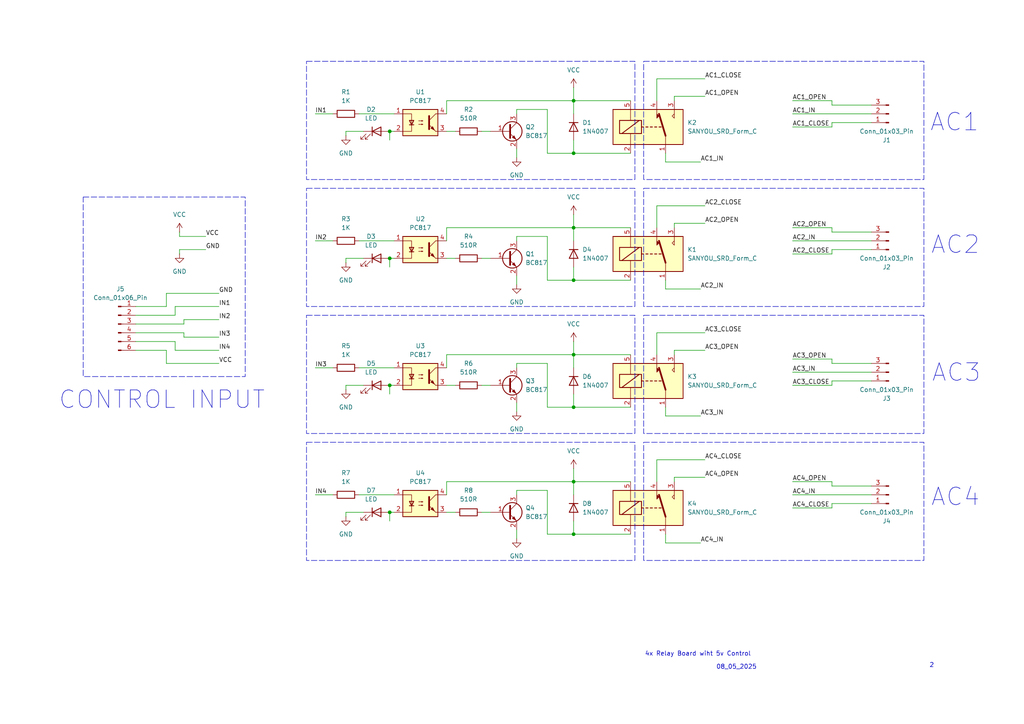
<source format=kicad_sch>
(kicad_sch
	(version 20231120)
	(generator "eeschema")
	(generator_version "8.0")
	(uuid "d845d5f2-6d7c-405c-b566-7ff2adc49240")
	(paper "A4")
	(lib_symbols
		(symbol "Connector:Conn_01x03_Pin"
			(pin_names
				(offset 1.016) hide)
			(exclude_from_sim no)
			(in_bom yes)
			(on_board yes)
			(property "Reference" "J"
				(at 0 5.08 0)
				(effects
					(font
						(size 1.27 1.27)
					)
				)
			)
			(property "Value" "Conn_01x03_Pin"
				(at 0 -5.08 0)
				(effects
					(font
						(size 1.27 1.27)
					)
				)
			)
			(property "Footprint" ""
				(at 0 0 0)
				(effects
					(font
						(size 1.27 1.27)
					)
					(hide yes)
				)
			)
			(property "Datasheet" "~"
				(at 0 0 0)
				(effects
					(font
						(size 1.27 1.27)
					)
					(hide yes)
				)
			)
			(property "Description" "Generic connector, single row, 01x03, script generated"
				(at 0 0 0)
				(effects
					(font
						(size 1.27 1.27)
					)
					(hide yes)
				)
			)
			(property "ki_locked" ""
				(at 0 0 0)
				(effects
					(font
						(size 1.27 1.27)
					)
				)
			)
			(property "ki_keywords" "connector"
				(at 0 0 0)
				(effects
					(font
						(size 1.27 1.27)
					)
					(hide yes)
				)
			)
			(property "ki_fp_filters" "Connector*:*_1x??_*"
				(at 0 0 0)
				(effects
					(font
						(size 1.27 1.27)
					)
					(hide yes)
				)
			)
			(symbol "Conn_01x03_Pin_1_1"
				(polyline
					(pts
						(xy 1.27 -2.54) (xy 0.8636 -2.54)
					)
					(stroke
						(width 0.1524)
						(type default)
					)
					(fill
						(type none)
					)
				)
				(polyline
					(pts
						(xy 1.27 0) (xy 0.8636 0)
					)
					(stroke
						(width 0.1524)
						(type default)
					)
					(fill
						(type none)
					)
				)
				(polyline
					(pts
						(xy 1.27 2.54) (xy 0.8636 2.54)
					)
					(stroke
						(width 0.1524)
						(type default)
					)
					(fill
						(type none)
					)
				)
				(rectangle
					(start 0.8636 -2.413)
					(end 0 -2.667)
					(stroke
						(width 0.1524)
						(type default)
					)
					(fill
						(type outline)
					)
				)
				(rectangle
					(start 0.8636 0.127)
					(end 0 -0.127)
					(stroke
						(width 0.1524)
						(type default)
					)
					(fill
						(type outline)
					)
				)
				(rectangle
					(start 0.8636 2.667)
					(end 0 2.413)
					(stroke
						(width 0.1524)
						(type default)
					)
					(fill
						(type outline)
					)
				)
				(pin passive line
					(at 5.08 2.54 180)
					(length 3.81)
					(name "Pin_1"
						(effects
							(font
								(size 1.27 1.27)
							)
						)
					)
					(number "1"
						(effects
							(font
								(size 1.27 1.27)
							)
						)
					)
				)
				(pin passive line
					(at 5.08 0 180)
					(length 3.81)
					(name "Pin_2"
						(effects
							(font
								(size 1.27 1.27)
							)
						)
					)
					(number "2"
						(effects
							(font
								(size 1.27 1.27)
							)
						)
					)
				)
				(pin passive line
					(at 5.08 -2.54 180)
					(length 3.81)
					(name "Pin_3"
						(effects
							(font
								(size 1.27 1.27)
							)
						)
					)
					(number "3"
						(effects
							(font
								(size 1.27 1.27)
							)
						)
					)
				)
			)
		)
		(symbol "Connector:Conn_01x06_Pin"
			(pin_names
				(offset 1.016) hide)
			(exclude_from_sim no)
			(in_bom yes)
			(on_board yes)
			(property "Reference" "J"
				(at 0 7.62 0)
				(effects
					(font
						(size 1.27 1.27)
					)
				)
			)
			(property "Value" "Conn_01x06_Pin"
				(at 0 -10.16 0)
				(effects
					(font
						(size 1.27 1.27)
					)
				)
			)
			(property "Footprint" ""
				(at 0 0 0)
				(effects
					(font
						(size 1.27 1.27)
					)
					(hide yes)
				)
			)
			(property "Datasheet" "~"
				(at 0 0 0)
				(effects
					(font
						(size 1.27 1.27)
					)
					(hide yes)
				)
			)
			(property "Description" "Generic connector, single row, 01x06, script generated"
				(at 0 0 0)
				(effects
					(font
						(size 1.27 1.27)
					)
					(hide yes)
				)
			)
			(property "ki_locked" ""
				(at 0 0 0)
				(effects
					(font
						(size 1.27 1.27)
					)
				)
			)
			(property "ki_keywords" "connector"
				(at 0 0 0)
				(effects
					(font
						(size 1.27 1.27)
					)
					(hide yes)
				)
			)
			(property "ki_fp_filters" "Connector*:*_1x??_*"
				(at 0 0 0)
				(effects
					(font
						(size 1.27 1.27)
					)
					(hide yes)
				)
			)
			(symbol "Conn_01x06_Pin_1_1"
				(polyline
					(pts
						(xy 1.27 -7.62) (xy 0.8636 -7.62)
					)
					(stroke
						(width 0.1524)
						(type default)
					)
					(fill
						(type none)
					)
				)
				(polyline
					(pts
						(xy 1.27 -5.08) (xy 0.8636 -5.08)
					)
					(stroke
						(width 0.1524)
						(type default)
					)
					(fill
						(type none)
					)
				)
				(polyline
					(pts
						(xy 1.27 -2.54) (xy 0.8636 -2.54)
					)
					(stroke
						(width 0.1524)
						(type default)
					)
					(fill
						(type none)
					)
				)
				(polyline
					(pts
						(xy 1.27 0) (xy 0.8636 0)
					)
					(stroke
						(width 0.1524)
						(type default)
					)
					(fill
						(type none)
					)
				)
				(polyline
					(pts
						(xy 1.27 2.54) (xy 0.8636 2.54)
					)
					(stroke
						(width 0.1524)
						(type default)
					)
					(fill
						(type none)
					)
				)
				(polyline
					(pts
						(xy 1.27 5.08) (xy 0.8636 5.08)
					)
					(stroke
						(width 0.1524)
						(type default)
					)
					(fill
						(type none)
					)
				)
				(rectangle
					(start 0.8636 -7.493)
					(end 0 -7.747)
					(stroke
						(width 0.1524)
						(type default)
					)
					(fill
						(type outline)
					)
				)
				(rectangle
					(start 0.8636 -4.953)
					(end 0 -5.207)
					(stroke
						(width 0.1524)
						(type default)
					)
					(fill
						(type outline)
					)
				)
				(rectangle
					(start 0.8636 -2.413)
					(end 0 -2.667)
					(stroke
						(width 0.1524)
						(type default)
					)
					(fill
						(type outline)
					)
				)
				(rectangle
					(start 0.8636 0.127)
					(end 0 -0.127)
					(stroke
						(width 0.1524)
						(type default)
					)
					(fill
						(type outline)
					)
				)
				(rectangle
					(start 0.8636 2.667)
					(end 0 2.413)
					(stroke
						(width 0.1524)
						(type default)
					)
					(fill
						(type outline)
					)
				)
				(rectangle
					(start 0.8636 5.207)
					(end 0 4.953)
					(stroke
						(width 0.1524)
						(type default)
					)
					(fill
						(type outline)
					)
				)
				(pin passive line
					(at 5.08 5.08 180)
					(length 3.81)
					(name "Pin_1"
						(effects
							(font
								(size 1.27 1.27)
							)
						)
					)
					(number "1"
						(effects
							(font
								(size 1.27 1.27)
							)
						)
					)
				)
				(pin passive line
					(at 5.08 2.54 180)
					(length 3.81)
					(name "Pin_2"
						(effects
							(font
								(size 1.27 1.27)
							)
						)
					)
					(number "2"
						(effects
							(font
								(size 1.27 1.27)
							)
						)
					)
				)
				(pin passive line
					(at 5.08 0 180)
					(length 3.81)
					(name "Pin_3"
						(effects
							(font
								(size 1.27 1.27)
							)
						)
					)
					(number "3"
						(effects
							(font
								(size 1.27 1.27)
							)
						)
					)
				)
				(pin passive line
					(at 5.08 -2.54 180)
					(length 3.81)
					(name "Pin_4"
						(effects
							(font
								(size 1.27 1.27)
							)
						)
					)
					(number "4"
						(effects
							(font
								(size 1.27 1.27)
							)
						)
					)
				)
				(pin passive line
					(at 5.08 -5.08 180)
					(length 3.81)
					(name "Pin_5"
						(effects
							(font
								(size 1.27 1.27)
							)
						)
					)
					(number "5"
						(effects
							(font
								(size 1.27 1.27)
							)
						)
					)
				)
				(pin passive line
					(at 5.08 -7.62 180)
					(length 3.81)
					(name "Pin_6"
						(effects
							(font
								(size 1.27 1.27)
							)
						)
					)
					(number "6"
						(effects
							(font
								(size 1.27 1.27)
							)
						)
					)
				)
			)
		)
		(symbol "Device:LED"
			(pin_numbers hide)
			(pin_names
				(offset 1.016) hide)
			(exclude_from_sim no)
			(in_bom yes)
			(on_board yes)
			(property "Reference" "D"
				(at 0 2.54 0)
				(effects
					(font
						(size 1.27 1.27)
					)
				)
			)
			(property "Value" "LED"
				(at 0 -2.54 0)
				(effects
					(font
						(size 1.27 1.27)
					)
				)
			)
			(property "Footprint" ""
				(at 0 0 0)
				(effects
					(font
						(size 1.27 1.27)
					)
					(hide yes)
				)
			)
			(property "Datasheet" "~"
				(at 0 0 0)
				(effects
					(font
						(size 1.27 1.27)
					)
					(hide yes)
				)
			)
			(property "Description" "Light emitting diode"
				(at 0 0 0)
				(effects
					(font
						(size 1.27 1.27)
					)
					(hide yes)
				)
			)
			(property "ki_keywords" "LED diode"
				(at 0 0 0)
				(effects
					(font
						(size 1.27 1.27)
					)
					(hide yes)
				)
			)
			(property "ki_fp_filters" "LED* LED_SMD:* LED_THT:*"
				(at 0 0 0)
				(effects
					(font
						(size 1.27 1.27)
					)
					(hide yes)
				)
			)
			(symbol "LED_0_1"
				(polyline
					(pts
						(xy -1.27 -1.27) (xy -1.27 1.27)
					)
					(stroke
						(width 0.254)
						(type default)
					)
					(fill
						(type none)
					)
				)
				(polyline
					(pts
						(xy -1.27 0) (xy 1.27 0)
					)
					(stroke
						(width 0)
						(type default)
					)
					(fill
						(type none)
					)
				)
				(polyline
					(pts
						(xy 1.27 -1.27) (xy 1.27 1.27) (xy -1.27 0) (xy 1.27 -1.27)
					)
					(stroke
						(width 0.254)
						(type default)
					)
					(fill
						(type none)
					)
				)
				(polyline
					(pts
						(xy -3.048 -0.762) (xy -4.572 -2.286) (xy -3.81 -2.286) (xy -4.572 -2.286) (xy -4.572 -1.524)
					)
					(stroke
						(width 0)
						(type default)
					)
					(fill
						(type none)
					)
				)
				(polyline
					(pts
						(xy -1.778 -0.762) (xy -3.302 -2.286) (xy -2.54 -2.286) (xy -3.302 -2.286) (xy -3.302 -1.524)
					)
					(stroke
						(width 0)
						(type default)
					)
					(fill
						(type none)
					)
				)
			)
			(symbol "LED_1_1"
				(pin passive line
					(at -3.81 0 0)
					(length 2.54)
					(name "K"
						(effects
							(font
								(size 1.27 1.27)
							)
						)
					)
					(number "1"
						(effects
							(font
								(size 1.27 1.27)
							)
						)
					)
				)
				(pin passive line
					(at 3.81 0 180)
					(length 2.54)
					(name "A"
						(effects
							(font
								(size 1.27 1.27)
							)
						)
					)
					(number "2"
						(effects
							(font
								(size 1.27 1.27)
							)
						)
					)
				)
			)
		)
		(symbol "Device:R"
			(pin_numbers hide)
			(pin_names
				(offset 0)
			)
			(exclude_from_sim no)
			(in_bom yes)
			(on_board yes)
			(property "Reference" "R"
				(at 2.032 0 90)
				(effects
					(font
						(size 1.27 1.27)
					)
				)
			)
			(property "Value" "R"
				(at 0 0 90)
				(effects
					(font
						(size 1.27 1.27)
					)
				)
			)
			(property "Footprint" ""
				(at -1.778 0 90)
				(effects
					(font
						(size 1.27 1.27)
					)
					(hide yes)
				)
			)
			(property "Datasheet" "~"
				(at 0 0 0)
				(effects
					(font
						(size 1.27 1.27)
					)
					(hide yes)
				)
			)
			(property "Description" "Resistor"
				(at 0 0 0)
				(effects
					(font
						(size 1.27 1.27)
					)
					(hide yes)
				)
			)
			(property "ki_keywords" "R res resistor"
				(at 0 0 0)
				(effects
					(font
						(size 1.27 1.27)
					)
					(hide yes)
				)
			)
			(property "ki_fp_filters" "R_*"
				(at 0 0 0)
				(effects
					(font
						(size 1.27 1.27)
					)
					(hide yes)
				)
			)
			(symbol "R_0_1"
				(rectangle
					(start -1.016 -2.54)
					(end 1.016 2.54)
					(stroke
						(width 0.254)
						(type default)
					)
					(fill
						(type none)
					)
				)
			)
			(symbol "R_1_1"
				(pin passive line
					(at 0 3.81 270)
					(length 1.27)
					(name "~"
						(effects
							(font
								(size 1.27 1.27)
							)
						)
					)
					(number "1"
						(effects
							(font
								(size 1.27 1.27)
							)
						)
					)
				)
				(pin passive line
					(at 0 -3.81 90)
					(length 1.27)
					(name "~"
						(effects
							(font
								(size 1.27 1.27)
							)
						)
					)
					(number "2"
						(effects
							(font
								(size 1.27 1.27)
							)
						)
					)
				)
			)
		)
		(symbol "Diode:1N4007"
			(pin_numbers hide)
			(pin_names hide)
			(exclude_from_sim no)
			(in_bom yes)
			(on_board yes)
			(property "Reference" "D"
				(at 0 2.54 0)
				(effects
					(font
						(size 1.27 1.27)
					)
				)
			)
			(property "Value" "1N4007"
				(at 0 -2.54 0)
				(effects
					(font
						(size 1.27 1.27)
					)
				)
			)
			(property "Footprint" "Diode_THT:D_DO-41_SOD81_P10.16mm_Horizontal"
				(at 0 -4.445 0)
				(effects
					(font
						(size 1.27 1.27)
					)
					(hide yes)
				)
			)
			(property "Datasheet" "http://www.vishay.com/docs/88503/1n4001.pdf"
				(at 0 0 0)
				(effects
					(font
						(size 1.27 1.27)
					)
					(hide yes)
				)
			)
			(property "Description" "1000V 1A General Purpose Rectifier Diode, DO-41"
				(at 0 0 0)
				(effects
					(font
						(size 1.27 1.27)
					)
					(hide yes)
				)
			)
			(property "Sim.Device" "D"
				(at 0 0 0)
				(effects
					(font
						(size 1.27 1.27)
					)
					(hide yes)
				)
			)
			(property "Sim.Pins" "1=K 2=A"
				(at 0 0 0)
				(effects
					(font
						(size 1.27 1.27)
					)
					(hide yes)
				)
			)
			(property "ki_keywords" "diode"
				(at 0 0 0)
				(effects
					(font
						(size 1.27 1.27)
					)
					(hide yes)
				)
			)
			(property "ki_fp_filters" "D*DO?41*"
				(at 0 0 0)
				(effects
					(font
						(size 1.27 1.27)
					)
					(hide yes)
				)
			)
			(symbol "1N4007_0_1"
				(polyline
					(pts
						(xy -1.27 1.27) (xy -1.27 -1.27)
					)
					(stroke
						(width 0.254)
						(type default)
					)
					(fill
						(type none)
					)
				)
				(polyline
					(pts
						(xy 1.27 0) (xy -1.27 0)
					)
					(stroke
						(width 0)
						(type default)
					)
					(fill
						(type none)
					)
				)
				(polyline
					(pts
						(xy 1.27 1.27) (xy 1.27 -1.27) (xy -1.27 0) (xy 1.27 1.27)
					)
					(stroke
						(width 0.254)
						(type default)
					)
					(fill
						(type none)
					)
				)
			)
			(symbol "1N4007_1_1"
				(pin passive line
					(at -3.81 0 0)
					(length 2.54)
					(name "K"
						(effects
							(font
								(size 1.27 1.27)
							)
						)
					)
					(number "1"
						(effects
							(font
								(size 1.27 1.27)
							)
						)
					)
				)
				(pin passive line
					(at 3.81 0 180)
					(length 2.54)
					(name "A"
						(effects
							(font
								(size 1.27 1.27)
							)
						)
					)
					(number "2"
						(effects
							(font
								(size 1.27 1.27)
							)
						)
					)
				)
			)
		)
		(symbol "Isolator:PC817"
			(pin_names
				(offset 1.016)
			)
			(exclude_from_sim no)
			(in_bom yes)
			(on_board yes)
			(property "Reference" "U"
				(at -5.08 5.08 0)
				(effects
					(font
						(size 1.27 1.27)
					)
					(justify left)
				)
			)
			(property "Value" "PC817"
				(at 0 5.08 0)
				(effects
					(font
						(size 1.27 1.27)
					)
					(justify left)
				)
			)
			(property "Footprint" "Package_DIP:DIP-4_W7.62mm"
				(at -5.08 -5.08 0)
				(effects
					(font
						(size 1.27 1.27)
						(italic yes)
					)
					(justify left)
					(hide yes)
				)
			)
			(property "Datasheet" "http://www.soselectronic.cz/a_info/resource/d/pc817.pdf"
				(at 0 0 0)
				(effects
					(font
						(size 1.27 1.27)
					)
					(justify left)
					(hide yes)
				)
			)
			(property "Description" "DC Optocoupler, Vce 35V, CTR 50-300%, DIP-4"
				(at 0 0 0)
				(effects
					(font
						(size 1.27 1.27)
					)
					(hide yes)
				)
			)
			(property "ki_keywords" "NPN DC Optocoupler"
				(at 0 0 0)
				(effects
					(font
						(size 1.27 1.27)
					)
					(hide yes)
				)
			)
			(property "ki_fp_filters" "DIP*W7.62mm*"
				(at 0 0 0)
				(effects
					(font
						(size 1.27 1.27)
					)
					(hide yes)
				)
			)
			(symbol "PC817_0_1"
				(rectangle
					(start -5.08 3.81)
					(end 5.08 -3.81)
					(stroke
						(width 0.254)
						(type default)
					)
					(fill
						(type background)
					)
				)
				(polyline
					(pts
						(xy -3.175 -0.635) (xy -1.905 -0.635)
					)
					(stroke
						(width 0.254)
						(type default)
					)
					(fill
						(type none)
					)
				)
				(polyline
					(pts
						(xy 2.54 0.635) (xy 4.445 2.54)
					)
					(stroke
						(width 0)
						(type default)
					)
					(fill
						(type none)
					)
				)
				(polyline
					(pts
						(xy 4.445 -2.54) (xy 2.54 -0.635)
					)
					(stroke
						(width 0)
						(type default)
					)
					(fill
						(type outline)
					)
				)
				(polyline
					(pts
						(xy 4.445 -2.54) (xy 5.08 -2.54)
					)
					(stroke
						(width 0)
						(type default)
					)
					(fill
						(type none)
					)
				)
				(polyline
					(pts
						(xy 4.445 2.54) (xy 5.08 2.54)
					)
					(stroke
						(width 0)
						(type default)
					)
					(fill
						(type none)
					)
				)
				(polyline
					(pts
						(xy -5.08 2.54) (xy -2.54 2.54) (xy -2.54 -0.635)
					)
					(stroke
						(width 0)
						(type default)
					)
					(fill
						(type none)
					)
				)
				(polyline
					(pts
						(xy -2.54 -0.635) (xy -2.54 -2.54) (xy -5.08 -2.54)
					)
					(stroke
						(width 0)
						(type default)
					)
					(fill
						(type none)
					)
				)
				(polyline
					(pts
						(xy 2.54 1.905) (xy 2.54 -1.905) (xy 2.54 -1.905)
					)
					(stroke
						(width 0.508)
						(type default)
					)
					(fill
						(type none)
					)
				)
				(polyline
					(pts
						(xy -2.54 -0.635) (xy -3.175 0.635) (xy -1.905 0.635) (xy -2.54 -0.635)
					)
					(stroke
						(width 0.254)
						(type default)
					)
					(fill
						(type none)
					)
				)
				(polyline
					(pts
						(xy -0.508 -0.508) (xy 0.762 -0.508) (xy 0.381 -0.635) (xy 0.381 -0.381) (xy 0.762 -0.508)
					)
					(stroke
						(width 0)
						(type default)
					)
					(fill
						(type none)
					)
				)
				(polyline
					(pts
						(xy -0.508 0.508) (xy 0.762 0.508) (xy 0.381 0.381) (xy 0.381 0.635) (xy 0.762 0.508)
					)
					(stroke
						(width 0)
						(type default)
					)
					(fill
						(type none)
					)
				)
				(polyline
					(pts
						(xy 3.048 -1.651) (xy 3.556 -1.143) (xy 4.064 -2.159) (xy 3.048 -1.651) (xy 3.048 -1.651)
					)
					(stroke
						(width 0)
						(type default)
					)
					(fill
						(type outline)
					)
				)
			)
			(symbol "PC817_1_1"
				(pin passive line
					(at -7.62 2.54 0)
					(length 2.54)
					(name "~"
						(effects
							(font
								(size 1.27 1.27)
							)
						)
					)
					(number "1"
						(effects
							(font
								(size 1.27 1.27)
							)
						)
					)
				)
				(pin passive line
					(at -7.62 -2.54 0)
					(length 2.54)
					(name "~"
						(effects
							(font
								(size 1.27 1.27)
							)
						)
					)
					(number "2"
						(effects
							(font
								(size 1.27 1.27)
							)
						)
					)
				)
				(pin passive line
					(at 7.62 -2.54 180)
					(length 2.54)
					(name "~"
						(effects
							(font
								(size 1.27 1.27)
							)
						)
					)
					(number "3"
						(effects
							(font
								(size 1.27 1.27)
							)
						)
					)
				)
				(pin passive line
					(at 7.62 2.54 180)
					(length 2.54)
					(name "~"
						(effects
							(font
								(size 1.27 1.27)
							)
						)
					)
					(number "4"
						(effects
							(font
								(size 1.27 1.27)
							)
						)
					)
				)
			)
		)
		(symbol "Relay:SANYOU_SRD_Form_C"
			(exclude_from_sim no)
			(in_bom yes)
			(on_board yes)
			(property "Reference" "K"
				(at 11.43 3.81 0)
				(effects
					(font
						(size 1.27 1.27)
					)
					(justify left)
				)
			)
			(property "Value" "SANYOU_SRD_Form_C"
				(at 11.43 1.27 0)
				(effects
					(font
						(size 1.27 1.27)
					)
					(justify left)
				)
			)
			(property "Footprint" "Relay_THT:Relay_SPDT_SANYOU_SRD_Series_Form_C"
				(at 11.43 -1.27 0)
				(effects
					(font
						(size 1.27 1.27)
					)
					(justify left)
					(hide yes)
				)
			)
			(property "Datasheet" "http://www.sanyourelay.ca/public/products/pdf/SRD.pdf"
				(at 0 0 0)
				(effects
					(font
						(size 1.27 1.27)
					)
					(hide yes)
				)
			)
			(property "Description" "Sanyo SRD relay, Single Pole Miniature Power Relay,"
				(at 0 0 0)
				(effects
					(font
						(size 1.27 1.27)
					)
					(hide yes)
				)
			)
			(property "ki_keywords" "Single Pole Relay SPDT"
				(at 0 0 0)
				(effects
					(font
						(size 1.27 1.27)
					)
					(hide yes)
				)
			)
			(property "ki_fp_filters" "Relay*SPDT*SANYOU*SRD*Series*Form*C*"
				(at 0 0 0)
				(effects
					(font
						(size 1.27 1.27)
					)
					(hide yes)
				)
			)
			(symbol "SANYOU_SRD_Form_C_0_0"
				(polyline
					(pts
						(xy 7.62 5.08) (xy 7.62 2.54) (xy 6.985 3.175) (xy 7.62 3.81)
					)
					(stroke
						(width 0)
						(type default)
					)
					(fill
						(type none)
					)
				)
			)
			(symbol "SANYOU_SRD_Form_C_0_1"
				(rectangle
					(start -10.16 5.08)
					(end 10.16 -5.08)
					(stroke
						(width 0.254)
						(type default)
					)
					(fill
						(type background)
					)
				)
				(rectangle
					(start -8.255 1.905)
					(end -1.905 -1.905)
					(stroke
						(width 0.254)
						(type default)
					)
					(fill
						(type none)
					)
				)
				(polyline
					(pts
						(xy -7.62 -1.905) (xy -2.54 1.905)
					)
					(stroke
						(width 0.254)
						(type default)
					)
					(fill
						(type none)
					)
				)
				(polyline
					(pts
						(xy -5.08 -5.08) (xy -5.08 -1.905)
					)
					(stroke
						(width 0)
						(type default)
					)
					(fill
						(type none)
					)
				)
				(polyline
					(pts
						(xy -5.08 5.08) (xy -5.08 1.905)
					)
					(stroke
						(width 0)
						(type default)
					)
					(fill
						(type none)
					)
				)
				(polyline
					(pts
						(xy -1.905 0) (xy -1.27 0)
					)
					(stroke
						(width 0.254)
						(type default)
					)
					(fill
						(type none)
					)
				)
				(polyline
					(pts
						(xy -0.635 0) (xy 0 0)
					)
					(stroke
						(width 0.254)
						(type default)
					)
					(fill
						(type none)
					)
				)
				(polyline
					(pts
						(xy 0.635 0) (xy 1.27 0)
					)
					(stroke
						(width 0.254)
						(type default)
					)
					(fill
						(type none)
					)
				)
				(polyline
					(pts
						(xy 1.905 0) (xy 2.54 0)
					)
					(stroke
						(width 0.254)
						(type default)
					)
					(fill
						(type none)
					)
				)
				(polyline
					(pts
						(xy 3.175 0) (xy 3.81 0)
					)
					(stroke
						(width 0.254)
						(type default)
					)
					(fill
						(type none)
					)
				)
				(polyline
					(pts
						(xy 5.08 -2.54) (xy 3.175 3.81)
					)
					(stroke
						(width 0.508)
						(type default)
					)
					(fill
						(type none)
					)
				)
				(polyline
					(pts
						(xy 5.08 -2.54) (xy 5.08 -5.08)
					)
					(stroke
						(width 0)
						(type default)
					)
					(fill
						(type none)
					)
				)
			)
			(symbol "SANYOU_SRD_Form_C_1_1"
				(polyline
					(pts
						(xy 2.54 3.81) (xy 3.175 3.175) (xy 2.54 2.54) (xy 2.54 5.08)
					)
					(stroke
						(width 0)
						(type default)
					)
					(fill
						(type outline)
					)
				)
				(pin passive line
					(at 5.08 -7.62 90)
					(length 2.54)
					(name "~"
						(effects
							(font
								(size 1.27 1.27)
							)
						)
					)
					(number "1"
						(effects
							(font
								(size 1.27 1.27)
							)
						)
					)
				)
				(pin passive line
					(at -5.08 -7.62 90)
					(length 2.54)
					(name "~"
						(effects
							(font
								(size 1.27 1.27)
							)
						)
					)
					(number "2"
						(effects
							(font
								(size 1.27 1.27)
							)
						)
					)
				)
				(pin passive line
					(at 7.62 7.62 270)
					(length 2.54)
					(name "~"
						(effects
							(font
								(size 1.27 1.27)
							)
						)
					)
					(number "3"
						(effects
							(font
								(size 1.27 1.27)
							)
						)
					)
				)
				(pin passive line
					(at 2.54 7.62 270)
					(length 2.54)
					(name "~"
						(effects
							(font
								(size 1.27 1.27)
							)
						)
					)
					(number "4"
						(effects
							(font
								(size 1.27 1.27)
							)
						)
					)
				)
				(pin passive line
					(at -5.08 7.62 270)
					(length 2.54)
					(name "~"
						(effects
							(font
								(size 1.27 1.27)
							)
						)
					)
					(number "5"
						(effects
							(font
								(size 1.27 1.27)
							)
						)
					)
				)
			)
		)
		(symbol "Transistor_BJT:BC817"
			(pin_names
				(offset 0) hide)
			(exclude_from_sim no)
			(in_bom yes)
			(on_board yes)
			(property "Reference" "Q"
				(at 5.08 1.905 0)
				(effects
					(font
						(size 1.27 1.27)
					)
					(justify left)
				)
			)
			(property "Value" "BC817"
				(at 5.08 0 0)
				(effects
					(font
						(size 1.27 1.27)
					)
					(justify left)
				)
			)
			(property "Footprint" "Package_TO_SOT_SMD:SOT-23"
				(at 5.08 -1.905 0)
				(effects
					(font
						(size 1.27 1.27)
						(italic yes)
					)
					(justify left)
					(hide yes)
				)
			)
			(property "Datasheet" "https://www.onsemi.com/pub/Collateral/BC818-D.pdf"
				(at 0 0 0)
				(effects
					(font
						(size 1.27 1.27)
					)
					(justify left)
					(hide yes)
				)
			)
			(property "Description" "0.8A Ic, 45V Vce, NPN Transistor, SOT-23"
				(at 0 0 0)
				(effects
					(font
						(size 1.27 1.27)
					)
					(hide yes)
				)
			)
			(property "ki_keywords" "NPN Transistor"
				(at 0 0 0)
				(effects
					(font
						(size 1.27 1.27)
					)
					(hide yes)
				)
			)
			(property "ki_fp_filters" "SOT?23*"
				(at 0 0 0)
				(effects
					(font
						(size 1.27 1.27)
					)
					(hide yes)
				)
			)
			(symbol "BC817_0_1"
				(polyline
					(pts
						(xy 0.635 0.635) (xy 2.54 2.54)
					)
					(stroke
						(width 0)
						(type default)
					)
					(fill
						(type none)
					)
				)
				(polyline
					(pts
						(xy 0.635 -0.635) (xy 2.54 -2.54) (xy 2.54 -2.54)
					)
					(stroke
						(width 0)
						(type default)
					)
					(fill
						(type none)
					)
				)
				(polyline
					(pts
						(xy 0.635 1.905) (xy 0.635 -1.905) (xy 0.635 -1.905)
					)
					(stroke
						(width 0.508)
						(type default)
					)
					(fill
						(type none)
					)
				)
				(polyline
					(pts
						(xy 1.27 -1.778) (xy 1.778 -1.27) (xy 2.286 -2.286) (xy 1.27 -1.778) (xy 1.27 -1.778)
					)
					(stroke
						(width 0)
						(type default)
					)
					(fill
						(type outline)
					)
				)
				(circle
					(center 1.27 0)
					(radius 2.8194)
					(stroke
						(width 0.254)
						(type default)
					)
					(fill
						(type none)
					)
				)
			)
			(symbol "BC817_1_1"
				(pin input line
					(at -5.08 0 0)
					(length 5.715)
					(name "B"
						(effects
							(font
								(size 1.27 1.27)
							)
						)
					)
					(number "1"
						(effects
							(font
								(size 1.27 1.27)
							)
						)
					)
				)
				(pin passive line
					(at 2.54 -5.08 90)
					(length 2.54)
					(name "E"
						(effects
							(font
								(size 1.27 1.27)
							)
						)
					)
					(number "2"
						(effects
							(font
								(size 1.27 1.27)
							)
						)
					)
				)
				(pin passive line
					(at 2.54 5.08 270)
					(length 2.54)
					(name "C"
						(effects
							(font
								(size 1.27 1.27)
							)
						)
					)
					(number "3"
						(effects
							(font
								(size 1.27 1.27)
							)
						)
					)
				)
			)
		)
		(symbol "power:GND"
			(power)
			(pin_numbers hide)
			(pin_names
				(offset 0) hide)
			(exclude_from_sim no)
			(in_bom yes)
			(on_board yes)
			(property "Reference" "#PWR"
				(at 0 -6.35 0)
				(effects
					(font
						(size 1.27 1.27)
					)
					(hide yes)
				)
			)
			(property "Value" "GND"
				(at 0 -3.81 0)
				(effects
					(font
						(size 1.27 1.27)
					)
				)
			)
			(property "Footprint" ""
				(at 0 0 0)
				(effects
					(font
						(size 1.27 1.27)
					)
					(hide yes)
				)
			)
			(property "Datasheet" ""
				(at 0 0 0)
				(effects
					(font
						(size 1.27 1.27)
					)
					(hide yes)
				)
			)
			(property "Description" "Power symbol creates a global label with name \"GND\" , ground"
				(at 0 0 0)
				(effects
					(font
						(size 1.27 1.27)
					)
					(hide yes)
				)
			)
			(property "ki_keywords" "global power"
				(at 0 0 0)
				(effects
					(font
						(size 1.27 1.27)
					)
					(hide yes)
				)
			)
			(symbol "GND_0_1"
				(polyline
					(pts
						(xy 0 0) (xy 0 -1.27) (xy 1.27 -1.27) (xy 0 -2.54) (xy -1.27 -1.27) (xy 0 -1.27)
					)
					(stroke
						(width 0)
						(type default)
					)
					(fill
						(type none)
					)
				)
			)
			(symbol "GND_1_1"
				(pin power_in line
					(at 0 0 270)
					(length 0)
					(name "~"
						(effects
							(font
								(size 1.27 1.27)
							)
						)
					)
					(number "1"
						(effects
							(font
								(size 1.27 1.27)
							)
						)
					)
				)
			)
		)
		(symbol "power:VCC"
			(power)
			(pin_numbers hide)
			(pin_names
				(offset 0) hide)
			(exclude_from_sim no)
			(in_bom yes)
			(on_board yes)
			(property "Reference" "#PWR"
				(at 0 -3.81 0)
				(effects
					(font
						(size 1.27 1.27)
					)
					(hide yes)
				)
			)
			(property "Value" "VCC"
				(at 0 3.556 0)
				(effects
					(font
						(size 1.27 1.27)
					)
				)
			)
			(property "Footprint" ""
				(at 0 0 0)
				(effects
					(font
						(size 1.27 1.27)
					)
					(hide yes)
				)
			)
			(property "Datasheet" ""
				(at 0 0 0)
				(effects
					(font
						(size 1.27 1.27)
					)
					(hide yes)
				)
			)
			(property "Description" "Power symbol creates a global label with name \"VCC\""
				(at 0 0 0)
				(effects
					(font
						(size 1.27 1.27)
					)
					(hide yes)
				)
			)
			(property "ki_keywords" "global power"
				(at 0 0 0)
				(effects
					(font
						(size 1.27 1.27)
					)
					(hide yes)
				)
			)
			(symbol "VCC_0_1"
				(polyline
					(pts
						(xy -0.762 1.27) (xy 0 2.54)
					)
					(stroke
						(width 0)
						(type default)
					)
					(fill
						(type none)
					)
				)
				(polyline
					(pts
						(xy 0 0) (xy 0 2.54)
					)
					(stroke
						(width 0)
						(type default)
					)
					(fill
						(type none)
					)
				)
				(polyline
					(pts
						(xy 0 2.54) (xy 0.762 1.27)
					)
					(stroke
						(width 0)
						(type default)
					)
					(fill
						(type none)
					)
				)
			)
			(symbol "VCC_1_1"
				(pin power_in line
					(at 0 0 90)
					(length 0)
					(name "~"
						(effects
							(font
								(size 1.27 1.27)
							)
						)
					)
					(number "1"
						(effects
							(font
								(size 1.27 1.27)
							)
						)
					)
				)
			)
		)
	)
	(junction
		(at 113.03 111.76)
		(diameter 0)
		(color 0 0 0 0)
		(uuid "12d4db9b-32ea-4652-aa5d-96266afd430b")
	)
	(junction
		(at 166.37 29.21)
		(diameter 0)
		(color 0 0 0 0)
		(uuid "199b6212-01ba-4e94-bd05-721cd732ae5e")
	)
	(junction
		(at 113.03 38.1)
		(diameter 0)
		(color 0 0 0 0)
		(uuid "1ac27d5e-a789-45c2-9f0b-46dc7f7c0244")
	)
	(junction
		(at 166.37 154.94)
		(diameter 0)
		(color 0 0 0 0)
		(uuid "2e7eabce-fc82-42a9-9dc3-aae16fd77dc6")
	)
	(junction
		(at 166.37 66.04)
		(diameter 0)
		(color 0 0 0 0)
		(uuid "56c559e2-c7b3-4012-82a0-04853aad23f6")
	)
	(junction
		(at 113.03 148.59)
		(diameter 0)
		(color 0 0 0 0)
		(uuid "70a36c3d-e12c-412b-b9a8-782c7f2cbb74")
	)
	(junction
		(at 166.37 44.45)
		(diameter 0)
		(color 0 0 0 0)
		(uuid "7bfee381-5417-455a-a572-d974cc6c1e1d")
	)
	(junction
		(at 166.37 102.87)
		(diameter 0)
		(color 0 0 0 0)
		(uuid "8643c2d9-8e59-49ca-9d8b-d45f0e22d379")
	)
	(junction
		(at 113.03 74.93)
		(diameter 0)
		(color 0 0 0 0)
		(uuid "b96a3606-55ec-4a37-994a-83fd8f93b98c")
	)
	(junction
		(at 166.37 81.28)
		(diameter 0)
		(color 0 0 0 0)
		(uuid "d30319db-dd2a-4b48-a856-5f81c76fad22")
	)
	(junction
		(at 166.37 118.11)
		(diameter 0)
		(color 0 0 0 0)
		(uuid "d54b2c1a-4822-4776-9594-970d6bdf404f")
	)
	(junction
		(at 166.37 139.7)
		(diameter 0)
		(color 0 0 0 0)
		(uuid "ee69bf90-a422-4287-90d8-844dc4f8d4a1")
	)
	(wire
		(pts
			(xy 182.88 81.28) (xy 166.37 81.28)
		)
		(stroke
			(width 0)
			(type default)
		)
		(uuid "00cecc15-6f46-4d8a-b914-cd7d74ddf7a1")
	)
	(wire
		(pts
			(xy 129.54 69.85) (xy 129.54 66.04)
		)
		(stroke
			(width 0)
			(type default)
		)
		(uuid "02fea4e1-33ae-4aae-b323-8d5512f21490")
	)
	(wire
		(pts
			(xy 91.44 33.02) (xy 96.52 33.02)
		)
		(stroke
			(width 0)
			(type default)
		)
		(uuid "0542cb57-4f06-45e2-bdd1-a8f0c3980342")
	)
	(wire
		(pts
			(xy 105.41 74.93) (xy 100.33 74.93)
		)
		(stroke
			(width 0)
			(type default)
		)
		(uuid "08aa8dfd-e3f6-4f4c-88ab-6913691f4775")
	)
	(wire
		(pts
			(xy 149.86 116.84) (xy 149.86 119.38)
		)
		(stroke
			(width 0)
			(type default)
		)
		(uuid "098d7953-a90e-4b10-92af-9dc61ac1d61e")
	)
	(wire
		(pts
			(xy 241.3 67.31) (xy 241.3 66.04)
		)
		(stroke
			(width 0)
			(type default)
		)
		(uuid "0d687179-46e4-4742-8346-981561aad33d")
	)
	(wire
		(pts
			(xy 158.75 118.11) (xy 166.37 118.11)
		)
		(stroke
			(width 0)
			(type default)
		)
		(uuid "0fbb45bd-e7df-4ece-845b-4b151dec71a1")
	)
	(wire
		(pts
			(xy 229.87 139.7) (xy 241.3 139.7)
		)
		(stroke
			(width 0)
			(type default)
		)
		(uuid "147b4646-75c9-4dc5-817d-879db5de3f14")
	)
	(wire
		(pts
			(xy 39.37 88.9) (xy 48.26 88.9)
		)
		(stroke
			(width 0)
			(type default)
		)
		(uuid "148b8396-feaf-4cff-95ff-e692423fe020")
	)
	(wire
		(pts
			(xy 252.73 105.41) (xy 241.3 105.41)
		)
		(stroke
			(width 0)
			(type default)
		)
		(uuid "161780dd-be95-4be9-9b88-48069e56515b")
	)
	(wire
		(pts
			(xy 158.75 154.94) (xy 158.75 142.24)
		)
		(stroke
			(width 0)
			(type default)
		)
		(uuid "1736230a-8dfb-4d57-9a5b-8fafcb87f4cc")
	)
	(wire
		(pts
			(xy 166.37 66.04) (xy 182.88 66.04)
		)
		(stroke
			(width 0)
			(type default)
		)
		(uuid "19425144-9592-4a42-a27d-1893cf66cba1")
	)
	(wire
		(pts
			(xy 229.87 73.66) (xy 241.3 73.66)
		)
		(stroke
			(width 0)
			(type default)
		)
		(uuid "197b3402-3f5c-4dc4-b63e-17e6097d2fc0")
	)
	(wire
		(pts
			(xy 241.3 140.97) (xy 241.3 139.7)
		)
		(stroke
			(width 0)
			(type default)
		)
		(uuid "1ace13ed-a087-4c3f-b6a7-7d2fb5fc9c27")
	)
	(wire
		(pts
			(xy 39.37 101.6) (xy 48.26 101.6)
		)
		(stroke
			(width 0)
			(type default)
		)
		(uuid "1b815227-ac3e-4c63-b8c1-77a87b416a8f")
	)
	(wire
		(pts
			(xy 53.34 97.79) (xy 63.5 97.79)
		)
		(stroke
			(width 0)
			(type default)
		)
		(uuid "1d6ad60f-d007-45c0-85e4-2f343c52aef7")
	)
	(wire
		(pts
			(xy 91.44 106.68) (xy 96.52 106.68)
		)
		(stroke
			(width 0)
			(type default)
		)
		(uuid "1d90268e-42de-4b52-840f-42402022fde1")
	)
	(wire
		(pts
			(xy 166.37 102.87) (xy 166.37 106.68)
		)
		(stroke
			(width 0)
			(type default)
		)
		(uuid "21104ed0-ec63-4967-b382-a4dc747e499c")
	)
	(wire
		(pts
			(xy 113.03 38.1) (xy 113.03 40.64)
		)
		(stroke
			(width 0)
			(type default)
		)
		(uuid "2123edc2-84d3-4143-abbd-f52961cca6cf")
	)
	(wire
		(pts
			(xy 193.04 154.94) (xy 193.04 157.48)
		)
		(stroke
			(width 0)
			(type default)
		)
		(uuid "22175d39-325d-4d69-b8a6-fe7e79e89273")
	)
	(wire
		(pts
			(xy 190.5 96.52) (xy 204.47 96.52)
		)
		(stroke
			(width 0)
			(type default)
		)
		(uuid "2332f525-cb30-4cba-8156-83d2672b68e1")
	)
	(wire
		(pts
			(xy 48.26 105.41) (xy 63.5 105.41)
		)
		(stroke
			(width 0)
			(type default)
		)
		(uuid "2422bb5e-0eee-44bb-b2f1-42d6c032a47c")
	)
	(wire
		(pts
			(xy 104.14 143.51) (xy 114.3 143.51)
		)
		(stroke
			(width 0)
			(type default)
		)
		(uuid "269549a9-c8c6-4424-a2b7-033ddecd4851")
	)
	(wire
		(pts
			(xy 149.86 142.24) (xy 149.86 143.51)
		)
		(stroke
			(width 0)
			(type default)
		)
		(uuid "2966abfa-1a7c-4dbc-9013-fb308e5ca044")
	)
	(wire
		(pts
			(xy 195.58 29.21) (xy 195.58 27.94)
		)
		(stroke
			(width 0)
			(type default)
		)
		(uuid "2aab744f-7994-429d-b0b1-1b555d70e8be")
	)
	(wire
		(pts
			(xy 229.87 29.21) (xy 241.3 29.21)
		)
		(stroke
			(width 0)
			(type default)
		)
		(uuid "2cb38398-c86f-4e55-a6e6-7fc680bd0eda")
	)
	(wire
		(pts
			(xy 193.04 44.45) (xy 193.04 46.99)
		)
		(stroke
			(width 0)
			(type default)
		)
		(uuid "2e9ba186-86d4-4c15-b9d3-b36eb0a77779")
	)
	(wire
		(pts
			(xy 114.3 74.93) (xy 113.03 74.93)
		)
		(stroke
			(width 0)
			(type default)
		)
		(uuid "2ea756d6-e7c0-4c51-87ef-b283781b14a0")
	)
	(wire
		(pts
			(xy 241.3 111.76) (xy 241.3 110.49)
		)
		(stroke
			(width 0)
			(type default)
		)
		(uuid "320dc70e-88f2-4ba7-b256-66df435b9493")
	)
	(wire
		(pts
			(xy 193.04 83.82) (xy 203.2 83.82)
		)
		(stroke
			(width 0)
			(type default)
		)
		(uuid "325ff469-c20e-48a7-a672-648ae59a754e")
	)
	(wire
		(pts
			(xy 193.04 81.28) (xy 193.04 83.82)
		)
		(stroke
			(width 0)
			(type default)
		)
		(uuid "39034f78-41f8-43f2-8234-41779099dd69")
	)
	(wire
		(pts
			(xy 100.33 38.1) (xy 100.33 39.37)
		)
		(stroke
			(width 0)
			(type default)
		)
		(uuid "3a13f065-71d7-4c74-a1c0-ca0ede3be17e")
	)
	(wire
		(pts
			(xy 158.75 154.94) (xy 166.37 154.94)
		)
		(stroke
			(width 0)
			(type default)
		)
		(uuid "3a560b5b-6df3-4b62-9f44-2e7827749b8e")
	)
	(wire
		(pts
			(xy 229.87 104.14) (xy 241.3 104.14)
		)
		(stroke
			(width 0)
			(type default)
		)
		(uuid "3aaad94f-b4fe-4e05-bde4-b22ea9bdde77")
	)
	(wire
		(pts
			(xy 166.37 135.89) (xy 166.37 139.7)
		)
		(stroke
			(width 0)
			(type default)
		)
		(uuid "3ced669f-c08f-4b51-8841-360df119100f")
	)
	(wire
		(pts
			(xy 241.3 147.32) (xy 241.3 146.05)
		)
		(stroke
			(width 0)
			(type default)
		)
		(uuid "3f701f0f-8a61-488b-a6e5-2c56884487e7")
	)
	(wire
		(pts
			(xy 39.37 91.44) (xy 50.8 91.44)
		)
		(stroke
			(width 0)
			(type default)
		)
		(uuid "3f8124a0-74dc-47ae-9223-cb32a0e0be58")
	)
	(wire
		(pts
			(xy 229.87 33.02) (xy 252.73 33.02)
		)
		(stroke
			(width 0)
			(type default)
		)
		(uuid "3fa52b6b-b119-4d4f-a380-3692245cc23a")
	)
	(wire
		(pts
			(xy 129.54 38.1) (xy 132.08 38.1)
		)
		(stroke
			(width 0)
			(type default)
		)
		(uuid "41b3e1b0-cc84-47ad-a9d3-6ca8cc48e52d")
	)
	(wire
		(pts
			(xy 149.86 43.18) (xy 149.86 45.72)
		)
		(stroke
			(width 0)
			(type default)
		)
		(uuid "44d269be-d1e0-4d79-86e7-1580791a5102")
	)
	(wire
		(pts
			(xy 166.37 139.7) (xy 166.37 143.51)
		)
		(stroke
			(width 0)
			(type default)
		)
		(uuid "489bc104-6cbe-48fd-874e-4587b85ccfb9")
	)
	(wire
		(pts
			(xy 53.34 96.52) (xy 53.34 97.79)
		)
		(stroke
			(width 0)
			(type default)
		)
		(uuid "4a40ad9a-7080-4c55-ab4f-7dd3f760ad06")
	)
	(wire
		(pts
			(xy 113.03 111.76) (xy 113.03 114.3)
		)
		(stroke
			(width 0)
			(type default)
		)
		(uuid "4bd1b4e7-e0a3-4d58-8ab3-886021ecf77e")
	)
	(wire
		(pts
			(xy 193.04 120.65) (xy 203.2 120.65)
		)
		(stroke
			(width 0)
			(type default)
		)
		(uuid "4c926eb1-87aa-4514-bffb-e00e7a56340d")
	)
	(wire
		(pts
			(xy 166.37 62.23) (xy 166.37 66.04)
		)
		(stroke
			(width 0)
			(type default)
		)
		(uuid "4e083822-029b-4c1d-b359-621b6d8f1555")
	)
	(wire
		(pts
			(xy 252.73 30.48) (xy 241.3 30.48)
		)
		(stroke
			(width 0)
			(type default)
		)
		(uuid "4f9f78ae-93f3-4816-aa4a-49ac900d8454")
	)
	(wire
		(pts
			(xy 48.26 88.9) (xy 48.26 85.09)
		)
		(stroke
			(width 0)
			(type default)
		)
		(uuid "510eb998-33fa-4312-b82c-ac483511d25e")
	)
	(wire
		(pts
			(xy 193.04 46.99) (xy 203.2 46.99)
		)
		(stroke
			(width 0)
			(type default)
		)
		(uuid "526789a1-8957-4b09-b4e2-3b7f3703cff4")
	)
	(wire
		(pts
			(xy 39.37 99.06) (xy 50.8 99.06)
		)
		(stroke
			(width 0)
			(type default)
		)
		(uuid "52d3c477-f7f6-49b6-944d-e865295a74b9")
	)
	(wire
		(pts
			(xy 129.54 148.59) (xy 132.08 148.59)
		)
		(stroke
			(width 0)
			(type default)
		)
		(uuid "5548efbd-d9a0-42a5-b498-423ebcd1c76f")
	)
	(wire
		(pts
			(xy 105.41 148.59) (xy 100.33 148.59)
		)
		(stroke
			(width 0)
			(type default)
		)
		(uuid "55ce2474-365e-4c3b-bd3a-3125666f8ee4")
	)
	(wire
		(pts
			(xy 158.75 31.75) (xy 149.86 31.75)
		)
		(stroke
			(width 0)
			(type default)
		)
		(uuid "5826e87d-ba00-4637-a45c-938585225e91")
	)
	(wire
		(pts
			(xy 104.14 106.68) (xy 114.3 106.68)
		)
		(stroke
			(width 0)
			(type default)
		)
		(uuid "58572b33-4a26-47ae-9e63-79e53ac1891d")
	)
	(wire
		(pts
			(xy 48.26 101.6) (xy 48.26 105.41)
		)
		(stroke
			(width 0)
			(type default)
		)
		(uuid "59516fbf-e1fe-45de-83be-df5e0f3d5ac8")
	)
	(wire
		(pts
			(xy 50.8 99.06) (xy 50.8 101.6)
		)
		(stroke
			(width 0)
			(type default)
		)
		(uuid "59fde75a-aa36-4297-a44f-6a4f29c70eff")
	)
	(wire
		(pts
			(xy 229.87 143.51) (xy 252.73 143.51)
		)
		(stroke
			(width 0)
			(type default)
		)
		(uuid "5d3c5cf5-fa4d-45c9-af2b-50aac51dd35a")
	)
	(wire
		(pts
			(xy 241.3 36.83) (xy 241.3 35.56)
		)
		(stroke
			(width 0)
			(type default)
		)
		(uuid "5e8d5826-3746-4bed-8d76-c2d5477b1679")
	)
	(wire
		(pts
			(xy 129.54 143.51) (xy 129.54 139.7)
		)
		(stroke
			(width 0)
			(type default)
		)
		(uuid "63d668e6-a8ac-461f-a457-8f236b7a4bfc")
	)
	(wire
		(pts
			(xy 182.88 44.45) (xy 166.37 44.45)
		)
		(stroke
			(width 0)
			(type default)
		)
		(uuid "6501e10b-4a85-4324-9a5a-db6e95378556")
	)
	(wire
		(pts
			(xy 114.3 111.76) (xy 113.03 111.76)
		)
		(stroke
			(width 0)
			(type default)
		)
		(uuid "6573077b-be02-4aa2-a417-555f042c4f89")
	)
	(wire
		(pts
			(xy 50.8 88.9) (xy 63.5 88.9)
		)
		(stroke
			(width 0)
			(type default)
		)
		(uuid "68c6adc5-9989-41df-9fc2-0d63697d846b")
	)
	(wire
		(pts
			(xy 149.86 105.41) (xy 149.86 106.68)
		)
		(stroke
			(width 0)
			(type default)
		)
		(uuid "6ba74f2b-5967-479a-8b56-d955d10f42d5")
	)
	(wire
		(pts
			(xy 113.03 148.59) (xy 113.03 151.13)
		)
		(stroke
			(width 0)
			(type default)
		)
		(uuid "6cca313b-ad3c-4501-98a6-a8c4a5e066a3")
	)
	(wire
		(pts
			(xy 129.54 102.87) (xy 166.37 102.87)
		)
		(stroke
			(width 0)
			(type default)
		)
		(uuid "6e721157-63a8-4032-9485-9a2231ba463a")
	)
	(wire
		(pts
			(xy 190.5 102.87) (xy 190.5 96.52)
		)
		(stroke
			(width 0)
			(type default)
		)
		(uuid "6ea42748-b531-4420-90a5-ad1ec6621c9e")
	)
	(wire
		(pts
			(xy 166.37 66.04) (xy 166.37 69.85)
		)
		(stroke
			(width 0)
			(type default)
		)
		(uuid "6f68cd43-adf2-4dc3-9b32-95d79a976d92")
	)
	(wire
		(pts
			(xy 241.3 72.39) (xy 252.73 72.39)
		)
		(stroke
			(width 0)
			(type default)
		)
		(uuid "7676d178-0315-41b5-9cb9-05a7d2060ca9")
	)
	(wire
		(pts
			(xy 158.75 44.45) (xy 166.37 44.45)
		)
		(stroke
			(width 0)
			(type default)
		)
		(uuid "790c0721-55a2-4e30-bb75-6cc14cf7dc81")
	)
	(wire
		(pts
			(xy 105.41 38.1) (xy 100.33 38.1)
		)
		(stroke
			(width 0)
			(type default)
		)
		(uuid "7a2b2ad8-e428-406d-b44d-8bee775cab26")
	)
	(wire
		(pts
			(xy 190.5 59.69) (xy 204.47 59.69)
		)
		(stroke
			(width 0)
			(type default)
		)
		(uuid "7ac1c541-8aad-4e03-ba26-04fbca0f714b")
	)
	(wire
		(pts
			(xy 252.73 140.97) (xy 241.3 140.97)
		)
		(stroke
			(width 0)
			(type default)
		)
		(uuid "7ca21566-660f-419b-9307-4caf692f2c1b")
	)
	(wire
		(pts
			(xy 229.87 111.76) (xy 241.3 111.76)
		)
		(stroke
			(width 0)
			(type default)
		)
		(uuid "7d3dd8a8-c4f8-4808-9427-b7385004bab6")
	)
	(wire
		(pts
			(xy 149.86 153.67) (xy 149.86 156.21)
		)
		(stroke
			(width 0)
			(type default)
		)
		(uuid "7eeb5d95-5fea-4fdf-901d-2eb0ed3b7c89")
	)
	(wire
		(pts
			(xy 39.37 93.98) (xy 53.34 93.98)
		)
		(stroke
			(width 0)
			(type default)
		)
		(uuid "802e0c21-082b-47db-bd0d-2c9ac318e163")
	)
	(wire
		(pts
			(xy 158.75 81.28) (xy 158.75 68.58)
		)
		(stroke
			(width 0)
			(type default)
		)
		(uuid "83be7258-5126-425d-9a45-a3f5542887b8")
	)
	(wire
		(pts
			(xy 190.5 133.35) (xy 204.47 133.35)
		)
		(stroke
			(width 0)
			(type default)
		)
		(uuid "851f14e5-12b0-4ea1-a201-b2f34d6275be")
	)
	(wire
		(pts
			(xy 129.54 139.7) (xy 166.37 139.7)
		)
		(stroke
			(width 0)
			(type default)
		)
		(uuid "859d06fa-dd6d-41d8-a5b9-903eb5feda5c")
	)
	(wire
		(pts
			(xy 252.73 67.31) (xy 241.3 67.31)
		)
		(stroke
			(width 0)
			(type default)
		)
		(uuid "8624da49-5487-44b1-9516-9d8c6ad98d29")
	)
	(wire
		(pts
			(xy 190.5 29.21) (xy 190.5 22.86)
		)
		(stroke
			(width 0)
			(type default)
		)
		(uuid "885a0af5-092b-43be-8154-e74220e6e531")
	)
	(wire
		(pts
			(xy 190.5 66.04) (xy 190.5 59.69)
		)
		(stroke
			(width 0)
			(type default)
		)
		(uuid "886ad727-e947-4ff6-8681-0fc7bec7d2fe")
	)
	(wire
		(pts
			(xy 190.5 139.7) (xy 190.5 133.35)
		)
		(stroke
			(width 0)
			(type default)
		)
		(uuid "88d2b9a3-ec52-44ab-9529-8fd987e303f7")
	)
	(wire
		(pts
			(xy 182.88 154.94) (xy 166.37 154.94)
		)
		(stroke
			(width 0)
			(type default)
		)
		(uuid "88e20ef3-b014-4ce4-94aa-b64addb81e6a")
	)
	(wire
		(pts
			(xy 166.37 40.64) (xy 166.37 44.45)
		)
		(stroke
			(width 0)
			(type default)
		)
		(uuid "894181ff-ee4d-4bbb-9ddc-cfb52d75c5d4")
	)
	(wire
		(pts
			(xy 166.37 99.06) (xy 166.37 102.87)
		)
		(stroke
			(width 0)
			(type default)
		)
		(uuid "8941a296-5867-4cda-8ff7-fc8b3faf816c")
	)
	(wire
		(pts
			(xy 114.3 148.59) (xy 113.03 148.59)
		)
		(stroke
			(width 0)
			(type default)
		)
		(uuid "8a5beefa-ad61-49c9-b558-5a99d916f4a3")
	)
	(wire
		(pts
			(xy 166.37 25.4) (xy 166.37 29.21)
		)
		(stroke
			(width 0)
			(type default)
		)
		(uuid "8e85e57a-50a7-4acf-b188-621af551e478")
	)
	(wire
		(pts
			(xy 50.8 91.44) (xy 50.8 88.9)
		)
		(stroke
			(width 0)
			(type default)
		)
		(uuid "9054c040-ec26-4357-b37c-82697eed8a4b")
	)
	(wire
		(pts
			(xy 52.07 67.31) (xy 52.07 68.58)
		)
		(stroke
			(width 0)
			(type default)
		)
		(uuid "9124e64c-e321-4739-8900-023b8c8d9e02")
	)
	(wire
		(pts
			(xy 166.37 114.3) (xy 166.37 118.11)
		)
		(stroke
			(width 0)
			(type default)
		)
		(uuid "92048493-0262-421f-854c-d0d172e48296")
	)
	(wire
		(pts
			(xy 241.3 105.41) (xy 241.3 104.14)
		)
		(stroke
			(width 0)
			(type default)
		)
		(uuid "93247630-bf5c-46ec-ba0a-0d011be27b13")
	)
	(wire
		(pts
			(xy 129.54 33.02) (xy 129.54 29.21)
		)
		(stroke
			(width 0)
			(type default)
		)
		(uuid "93f4fae2-1ba7-4e97-988c-894fd3e36af2")
	)
	(wire
		(pts
			(xy 195.58 101.6) (xy 204.47 101.6)
		)
		(stroke
			(width 0)
			(type default)
		)
		(uuid "951d27f2-abbe-4a27-93cf-7a039ab8efe8")
	)
	(wire
		(pts
			(xy 195.58 64.77) (xy 204.47 64.77)
		)
		(stroke
			(width 0)
			(type default)
		)
		(uuid "9579651f-dd61-40bf-82c8-7fb73168a9ba")
	)
	(wire
		(pts
			(xy 229.87 66.04) (xy 241.3 66.04)
		)
		(stroke
			(width 0)
			(type default)
		)
		(uuid "98e6b5e8-fd45-4405-a8b8-0937640ab64f")
	)
	(wire
		(pts
			(xy 190.5 22.86) (xy 204.47 22.86)
		)
		(stroke
			(width 0)
			(type default)
		)
		(uuid "992be72b-9184-446b-9fd0-9670ac1a75cf")
	)
	(wire
		(pts
			(xy 129.54 74.93) (xy 132.08 74.93)
		)
		(stroke
			(width 0)
			(type default)
		)
		(uuid "9a0ee2f8-6154-4d0a-9822-8f1c175e616e")
	)
	(wire
		(pts
			(xy 48.26 85.09) (xy 63.5 85.09)
		)
		(stroke
			(width 0)
			(type default)
		)
		(uuid "9cb1824a-f413-4f23-b7fb-27f3a5a2539a")
	)
	(wire
		(pts
			(xy 166.37 102.87) (xy 182.88 102.87)
		)
		(stroke
			(width 0)
			(type default)
		)
		(uuid "9ccb0798-a776-4e25-98ee-7d52f22e5c42")
	)
	(wire
		(pts
			(xy 158.75 44.45) (xy 158.75 31.75)
		)
		(stroke
			(width 0)
			(type default)
		)
		(uuid "9f3ccd11-6027-451f-af74-7f61d8b78202")
	)
	(wire
		(pts
			(xy 129.54 29.21) (xy 166.37 29.21)
		)
		(stroke
			(width 0)
			(type default)
		)
		(uuid "a16434eb-3e2e-4ae2-919c-7e225018cae3")
	)
	(wire
		(pts
			(xy 241.3 146.05) (xy 252.73 146.05)
		)
		(stroke
			(width 0)
			(type default)
		)
		(uuid "a4994903-0315-44bd-96f3-2bfb8b86c95b")
	)
	(wire
		(pts
			(xy 195.58 66.04) (xy 195.58 64.77)
		)
		(stroke
			(width 0)
			(type default)
		)
		(uuid "a4c8ba58-2fab-4fd2-b365-283fd6e32181")
	)
	(wire
		(pts
			(xy 114.3 38.1) (xy 113.03 38.1)
		)
		(stroke
			(width 0)
			(type default)
		)
		(uuid "a6b286cc-9510-4a48-937f-a16720a3b905")
	)
	(wire
		(pts
			(xy 193.04 118.11) (xy 193.04 120.65)
		)
		(stroke
			(width 0)
			(type default)
		)
		(uuid "a76b3800-5f03-4abd-8178-4b097a257a23")
	)
	(wire
		(pts
			(xy 229.87 107.95) (xy 252.73 107.95)
		)
		(stroke
			(width 0)
			(type default)
		)
		(uuid "a7ab97ab-8539-4c6d-8936-212663e28c8f")
	)
	(wire
		(pts
			(xy 39.37 96.52) (xy 53.34 96.52)
		)
		(stroke
			(width 0)
			(type default)
		)
		(uuid "a99d3e0c-65a8-4cd1-a8c6-24b4bc6becb1")
	)
	(wire
		(pts
			(xy 158.75 105.41) (xy 149.86 105.41)
		)
		(stroke
			(width 0)
			(type default)
		)
		(uuid "ac5729e7-6c02-490d-9be4-e055b4677b9f")
	)
	(wire
		(pts
			(xy 129.54 111.76) (xy 132.08 111.76)
		)
		(stroke
			(width 0)
			(type default)
		)
		(uuid "acdc9303-81a7-45f3-b805-284b92aab193")
	)
	(wire
		(pts
			(xy 113.03 74.93) (xy 113.03 77.47)
		)
		(stroke
			(width 0)
			(type default)
		)
		(uuid "ad63f1d3-7238-4be9-b5cf-2573a43895e0")
	)
	(wire
		(pts
			(xy 193.04 157.48) (xy 203.2 157.48)
		)
		(stroke
			(width 0)
			(type default)
		)
		(uuid "adb13e44-8889-4943-a783-9c9e64572bb9")
	)
	(wire
		(pts
			(xy 158.75 142.24) (xy 149.86 142.24)
		)
		(stroke
			(width 0)
			(type default)
		)
		(uuid "adee1314-bb96-4e2f-9aa0-281807384e34")
	)
	(wire
		(pts
			(xy 158.75 68.58) (xy 149.86 68.58)
		)
		(stroke
			(width 0)
			(type default)
		)
		(uuid "ae1398db-4a37-45ba-beaa-6084b2b27d45")
	)
	(wire
		(pts
			(xy 100.33 111.76) (xy 100.33 113.03)
		)
		(stroke
			(width 0)
			(type default)
		)
		(uuid "afa31cc1-d2dd-423f-8b8e-9444d88d1a00")
	)
	(wire
		(pts
			(xy 241.3 110.49) (xy 252.73 110.49)
		)
		(stroke
			(width 0)
			(type default)
		)
		(uuid "b2ffd9fd-1861-443a-8d48-8975a658df9a")
	)
	(wire
		(pts
			(xy 104.14 33.02) (xy 114.3 33.02)
		)
		(stroke
			(width 0)
			(type default)
		)
		(uuid "b5c0d9e4-b59c-40a1-9740-efecea4f8a5e")
	)
	(wire
		(pts
			(xy 139.7 111.76) (xy 142.24 111.76)
		)
		(stroke
			(width 0)
			(type default)
		)
		(uuid "b8776c8a-d994-43cf-b4ce-ddf5a63cb45b")
	)
	(wire
		(pts
			(xy 129.54 106.68) (xy 129.54 102.87)
		)
		(stroke
			(width 0)
			(type default)
		)
		(uuid "bbdc3e07-93f8-4b1b-9e62-e338dfbf097c")
	)
	(wire
		(pts
			(xy 100.33 74.93) (xy 100.33 76.2)
		)
		(stroke
			(width 0)
			(type default)
		)
		(uuid "bdeb42fa-8fa0-40c0-84c9-f4c90e661b39")
	)
	(wire
		(pts
			(xy 166.37 139.7) (xy 182.88 139.7)
		)
		(stroke
			(width 0)
			(type default)
		)
		(uuid "bdf24ce6-07d9-4a28-87e4-b6e5576d7f64")
	)
	(wire
		(pts
			(xy 139.7 148.59) (xy 142.24 148.59)
		)
		(stroke
			(width 0)
			(type default)
		)
		(uuid "beffd3cc-1688-4aa3-a507-b2d52014f0ab")
	)
	(wire
		(pts
			(xy 53.34 93.98) (xy 53.34 92.71)
		)
		(stroke
			(width 0)
			(type default)
		)
		(uuid "c2da386a-8632-4979-8cac-a32d25739c5a")
	)
	(wire
		(pts
			(xy 52.07 73.66) (xy 52.07 72.39)
		)
		(stroke
			(width 0)
			(type default)
		)
		(uuid "c3e7c075-2576-4c62-a1c2-41219c1a73bf")
	)
	(wire
		(pts
			(xy 149.86 68.58) (xy 149.86 69.85)
		)
		(stroke
			(width 0)
			(type default)
		)
		(uuid "c443a390-a716-49f4-b8d2-30b01da9c943")
	)
	(wire
		(pts
			(xy 229.87 147.32) (xy 241.3 147.32)
		)
		(stroke
			(width 0)
			(type default)
		)
		(uuid "c4e528a5-2718-4af1-8ef1-4881ebd3dc3f")
	)
	(wire
		(pts
			(xy 195.58 102.87) (xy 195.58 101.6)
		)
		(stroke
			(width 0)
			(type default)
		)
		(uuid "c6f006f3-11ba-4a98-aec0-0c881be7a8b5")
	)
	(wire
		(pts
			(xy 195.58 27.94) (xy 204.47 27.94)
		)
		(stroke
			(width 0)
			(type default)
		)
		(uuid "c8e7c681-4f5a-430c-871b-33fbbd3ab21b")
	)
	(wire
		(pts
			(xy 139.7 74.93) (xy 142.24 74.93)
		)
		(stroke
			(width 0)
			(type default)
		)
		(uuid "c9c3a0ae-3ced-45d3-b642-76316127f7b3")
	)
	(wire
		(pts
			(xy 158.75 118.11) (xy 158.75 105.41)
		)
		(stroke
			(width 0)
			(type default)
		)
		(uuid "ca41c77c-f653-4001-b5a0-a4fc3d55f778")
	)
	(wire
		(pts
			(xy 104.14 69.85) (xy 114.3 69.85)
		)
		(stroke
			(width 0)
			(type default)
		)
		(uuid "cf6c37ff-42a7-452c-8628-2d9c879e7de2")
	)
	(wire
		(pts
			(xy 91.44 143.51) (xy 96.52 143.51)
		)
		(stroke
			(width 0)
			(type default)
		)
		(uuid "d02defd4-0d6b-4949-b4b3-693eee0f97c5")
	)
	(wire
		(pts
			(xy 166.37 77.47) (xy 166.37 81.28)
		)
		(stroke
			(width 0)
			(type default)
		)
		(uuid "d692c2b6-0ce2-4e43-af78-6993cfb6f5aa")
	)
	(wire
		(pts
			(xy 182.88 118.11) (xy 166.37 118.11)
		)
		(stroke
			(width 0)
			(type default)
		)
		(uuid "d895da92-4eda-4048-beb0-2b0494fa5b2a")
	)
	(wire
		(pts
			(xy 241.3 35.56) (xy 252.73 35.56)
		)
		(stroke
			(width 0)
			(type default)
		)
		(uuid "d9ef8778-425f-4e84-b344-88a653ce63a5")
	)
	(wire
		(pts
			(xy 50.8 101.6) (xy 63.5 101.6)
		)
		(stroke
			(width 0)
			(type default)
		)
		(uuid "dc108319-29bc-42f6-9577-f992bfaf1bf9")
	)
	(wire
		(pts
			(xy 229.87 69.85) (xy 252.73 69.85)
		)
		(stroke
			(width 0)
			(type default)
		)
		(uuid "dc225be8-d89e-4b73-b844-e8ee24dfe966")
	)
	(wire
		(pts
			(xy 149.86 80.01) (xy 149.86 82.55)
		)
		(stroke
			(width 0)
			(type default)
		)
		(uuid "df0dc935-8d87-440a-9c5f-2fc96fe3ec09")
	)
	(wire
		(pts
			(xy 229.87 36.83) (xy 241.3 36.83)
		)
		(stroke
			(width 0)
			(type default)
		)
		(uuid "e007ea6b-6d0d-4e78-9227-b5e2d0003755")
	)
	(wire
		(pts
			(xy 166.37 29.21) (xy 182.88 29.21)
		)
		(stroke
			(width 0)
			(type default)
		)
		(uuid "e02eeff9-85f6-4792-ab45-7d3965c9d5d7")
	)
	(wire
		(pts
			(xy 52.07 68.58) (xy 59.69 68.58)
		)
		(stroke
			(width 0)
			(type default)
		)
		(uuid "e0e1ed38-1a1e-43ef-b983-33cf45f8fe12")
	)
	(wire
		(pts
			(xy 100.33 148.59) (xy 100.33 149.86)
		)
		(stroke
			(width 0)
			(type default)
		)
		(uuid "e3e7c199-3d91-4db9-8b68-a568ebff623d")
	)
	(wire
		(pts
			(xy 53.34 92.71) (xy 63.5 92.71)
		)
		(stroke
			(width 0)
			(type default)
		)
		(uuid "e4d2deea-7a2c-43b8-8df9-18d16ea079fe")
	)
	(wire
		(pts
			(xy 241.3 73.66) (xy 241.3 72.39)
		)
		(stroke
			(width 0)
			(type default)
		)
		(uuid "e55b1a94-de2b-46d1-9a5b-1805d5ea4040")
	)
	(wire
		(pts
			(xy 52.07 72.39) (xy 59.69 72.39)
		)
		(stroke
			(width 0)
			(type default)
		)
		(uuid "e5a7d6bb-260d-4eb8-929c-aa2c1b7be4bc")
	)
	(wire
		(pts
			(xy 139.7 38.1) (xy 142.24 38.1)
		)
		(stroke
			(width 0)
			(type default)
		)
		(uuid "e65822f5-4fa6-48d4-9c9d-1d749748c528")
	)
	(wire
		(pts
			(xy 149.86 31.75) (xy 149.86 33.02)
		)
		(stroke
			(width 0)
			(type default)
		)
		(uuid "e8355f1d-20ce-48ab-a40c-d96dda9a4bbb")
	)
	(wire
		(pts
			(xy 158.75 81.28) (xy 166.37 81.28)
		)
		(stroke
			(width 0)
			(type default)
		)
		(uuid "e87a9663-6d3b-424f-94ef-64e6ef2a4c7f")
	)
	(wire
		(pts
			(xy 241.3 30.48) (xy 241.3 29.21)
		)
		(stroke
			(width 0)
			(type default)
		)
		(uuid "ef672581-1b2a-4cab-b204-07e3cc77f5e7")
	)
	(wire
		(pts
			(xy 166.37 151.13) (xy 166.37 154.94)
		)
		(stroke
			(width 0)
			(type default)
		)
		(uuid "ef71b663-9c74-4f49-91fe-330ef925d19e")
	)
	(wire
		(pts
			(xy 195.58 138.43) (xy 204.47 138.43)
		)
		(stroke
			(width 0)
			(type default)
		)
		(uuid "f0e3306a-190d-4a1c-ae30-3360cee8470b")
	)
	(wire
		(pts
			(xy 91.44 69.85) (xy 96.52 69.85)
		)
		(stroke
			(width 0)
			(type default)
		)
		(uuid "fb80f724-da9a-4d0e-9043-643abc843dd0")
	)
	(wire
		(pts
			(xy 195.58 139.7) (xy 195.58 138.43)
		)
		(stroke
			(width 0)
			(type default)
		)
		(uuid "fe384e56-7a8e-4aba-9c6f-52004f924206")
	)
	(wire
		(pts
			(xy 129.54 66.04) (xy 166.37 66.04)
		)
		(stroke
			(width 0)
			(type default)
		)
		(uuid "fe618505-bd3f-4c02-85e2-bac13608eb9c")
	)
	(wire
		(pts
			(xy 166.37 29.21) (xy 166.37 33.02)
		)
		(stroke
			(width 0)
			(type default)
		)
		(uuid "fee1e70b-c8dc-42f2-bfb8-6f666b486eb2")
	)
	(wire
		(pts
			(xy 105.41 111.76) (xy 100.33 111.76)
		)
		(stroke
			(width 0)
			(type default)
		)
		(uuid "ff0d8602-6995-4d6b-97a0-37fb7a969fe1")
	)
	(rectangle
		(start 88.9 54.61)
		(end 184.15 88.9)
		(stroke
			(width 0)
			(type dash)
		)
		(fill
			(type none)
		)
		(uuid 2350fb58-f95e-447b-b9ac-08b968532a30)
	)
	(rectangle
		(start 88.9 17.78)
		(end 184.15 52.07)
		(stroke
			(width 0)
			(type dash)
		)
		(fill
			(type none)
		)
		(uuid 6319c2a7-2c65-4829-afb8-1ed5cb1ce3b3)
	)
	(rectangle
		(start 186.69 17.78)
		(end 267.97 52.07)
		(stroke
			(width 0)
			(type dash)
		)
		(fill
			(type none)
		)
		(uuid 632754ac-2dc1-44c8-927e-dfea37e60711)
	)
	(rectangle
		(start 186.69 128.27)
		(end 267.97 162.56)
		(stroke
			(width 0)
			(type dash)
		)
		(fill
			(type none)
		)
		(uuid 66586683-544b-489d-952b-c7fe9f652cf4)
	)
	(rectangle
		(start 24.13 57.15)
		(end 71.12 109.22)
		(stroke
			(width 0)
			(type dash)
		)
		(fill
			(type none)
		)
		(uuid 709928de-aa1e-4b74-b7f4-3e13c38a7d11)
	)
	(rectangle
		(start 88.9 128.27)
		(end 184.15 162.56)
		(stroke
			(width 0)
			(type dash)
		)
		(fill
			(type none)
		)
		(uuid 7a2e0e2b-a2fd-4e0b-beac-00f1c49619ed)
	)
	(rectangle
		(start 186.69 54.61)
		(end 267.97 88.9)
		(stroke
			(width 0)
			(type dash)
		)
		(fill
			(type none)
		)
		(uuid 7e5f2c13-b877-4b81-aea1-e7be1e732da2)
	)
	(rectangle
		(start 186.69 91.44)
		(end 267.97 125.73)
		(stroke
			(width 0)
			(type dash)
		)
		(fill
			(type none)
		)
		(uuid bedbe37d-16a5-4aa7-82c9-3ba8010e5a53)
	)
	(rectangle
		(start 88.9 91.44)
		(end 184.15 125.73)
		(stroke
			(width 0)
			(type dash)
		)
		(fill
			(type none)
		)
		(uuid fc51fa24-07ae-41e9-86b3-ca22f383ae66)
	)
	(text "AC2"
		(exclude_from_sim no)
		(at 277.114 71.12 0)
		(effects
			(font
				(size 5.08 5.08)
			)
		)
		(uuid "120bbca6-bcf1-41fa-9ca0-928cc24cf050")
	)
	(text "08_05_2025"
		(exclude_from_sim no)
		(at 213.614 193.548 0)
		(effects
			(font
				(size 1.27 1.27)
			)
		)
		(uuid "732b3529-9cd2-4275-a2db-895cf2782103")
	)
	(text "AC3"
		(exclude_from_sim no)
		(at 277.368 108.204 0)
		(effects
			(font
				(size 5.08 5.08)
			)
		)
		(uuid "8c7753e1-3879-4c8d-9592-9a45ea2b3261")
	)
	(text "4x Relay Board wiht 5v Control"
		(exclude_from_sim no)
		(at 202.438 189.738 0)
		(effects
			(font
				(size 1.27 1.27)
			)
		)
		(uuid "99409741-ef38-4559-9c00-0f2916c0645b")
	)
	(text "CONTROL INPUT"
		(exclude_from_sim no)
		(at 46.99 116.078 0)
		(effects
			(font
				(size 5.08 5.08)
			)
		)
		(uuid "a5efb866-2285-44a5-8632-c6d05c259b09")
	)
	(text "AC1"
		(exclude_from_sim no)
		(at 276.86 35.56 0)
		(effects
			(font
				(size 5.08 5.08)
			)
		)
		(uuid "bc64c071-17c1-443b-bbdc-00b1a39c9858")
	)
	(text "AC4"
		(exclude_from_sim no)
		(at 277.114 144.272 0)
		(effects
			(font
				(size 5.08 5.08)
			)
		)
		(uuid "e2c04cb2-9bb4-4f79-8060-2559d47c6308")
	)
	(text "2"
		(exclude_from_sim no)
		(at 270.256 193.04 0)
		(effects
			(font
				(size 1.27 1.27)
			)
		)
		(uuid "e78f954f-e01f-4f16-a62f-967c75da49f3")
	)
	(label "AC2_OPEN"
		(at 204.47 64.77 0)
		(fields_autoplaced yes)
		(effects
			(font
				(size 1.27 1.27)
			)
			(justify left bottom)
		)
		(uuid "02a6736d-495f-4328-9f97-0b51f9c5911e")
	)
	(label "GND"
		(at 63.5 85.09 0)
		(fields_autoplaced yes)
		(effects
			(font
				(size 1.27 1.27)
			)
			(justify left bottom)
		)
		(uuid "0c9da3f6-fbb0-47aa-a3fa-1c556d386737")
	)
	(label "GND"
		(at 59.69 72.39 0)
		(fields_autoplaced yes)
		(effects
			(font
				(size 1.27 1.27)
			)
			(justify left bottom)
		)
		(uuid "1150e41a-29b3-41b9-bceb-01fc153e9b36")
	)
	(label "IN1"
		(at 91.44 33.02 0)
		(fields_autoplaced yes)
		(effects
			(font
				(size 1.27 1.27)
			)
			(justify left bottom)
		)
		(uuid "1313ec36-0050-49b1-8932-b70308d34a43")
	)
	(label "AC1_CLOSE"
		(at 229.87 36.83 0)
		(fields_autoplaced yes)
		(effects
			(font
				(size 1.27 1.27)
			)
			(justify left bottom)
		)
		(uuid "3121edb8-c1c9-4349-b654-7cc6c35d49a9")
	)
	(label "AC2_CLOSE"
		(at 229.87 73.66 0)
		(fields_autoplaced yes)
		(effects
			(font
				(size 1.27 1.27)
			)
			(justify left bottom)
		)
		(uuid "3321b45c-be8e-4a18-9a6d-f662ad065687")
	)
	(label "IN2"
		(at 91.44 69.85 0)
		(fields_autoplaced yes)
		(effects
			(font
				(size 1.27 1.27)
			)
			(justify left bottom)
		)
		(uuid "343dda41-979d-4ca3-a84e-027630f8e7a3")
	)
	(label "AC2_IN"
		(at 203.2 83.82 0)
		(fields_autoplaced yes)
		(effects
			(font
				(size 1.27 1.27)
			)
			(justify left bottom)
		)
		(uuid "35545996-9ca6-4aa6-88ec-dfa207502c4d")
	)
	(label "AC4_IN"
		(at 203.2 157.48 0)
		(fields_autoplaced yes)
		(effects
			(font
				(size 1.27 1.27)
			)
			(justify left bottom)
		)
		(uuid "35fd0a03-3187-4606-a50e-ae70a39d4172")
	)
	(label "AC1_CLOSE"
		(at 204.47 22.86 0)
		(fields_autoplaced yes)
		(effects
			(font
				(size 1.27 1.27)
			)
			(justify left bottom)
		)
		(uuid "3b4fd9fc-ae0b-4f66-9665-f7faad07f32e")
	)
	(label "AC1_IN"
		(at 203.2 46.99 0)
		(fields_autoplaced yes)
		(effects
			(font
				(size 1.27 1.27)
			)
			(justify left bottom)
		)
		(uuid "4888fa2e-6f1a-4641-a119-3f58c14e750f")
	)
	(label "IN4"
		(at 91.44 143.51 0)
		(fields_autoplaced yes)
		(effects
			(font
				(size 1.27 1.27)
			)
			(justify left bottom)
		)
		(uuid "52c0289b-5a34-4463-ae00-47deb95731b0")
	)
	(label "IN3"
		(at 63.5 97.79 0)
		(fields_autoplaced yes)
		(effects
			(font
				(size 1.27 1.27)
			)
			(justify left bottom)
		)
		(uuid "542d6627-c216-4426-8318-bd10848f5d2f")
	)
	(label "IN2"
		(at 63.5 92.71 0)
		(fields_autoplaced yes)
		(effects
			(font
				(size 1.27 1.27)
			)
			(justify left bottom)
		)
		(uuid "5fb9067b-21b4-4217-85da-87ce0e24b695")
	)
	(label "AC4_OPEN"
		(at 204.47 138.43 0)
		(fields_autoplaced yes)
		(effects
			(font
				(size 1.27 1.27)
			)
			(justify left bottom)
		)
		(uuid "65b262a4-2b40-4e9c-aa60-c4841fb3fbcd")
	)
	(label "AC2_IN"
		(at 229.87 69.85 0)
		(fields_autoplaced yes)
		(effects
			(font
				(size 1.27 1.27)
			)
			(justify left bottom)
		)
		(uuid "6859ce52-b350-489c-81ed-ecb0f2cc3a8d")
	)
	(label "AC2_CLOSE"
		(at 204.47 59.69 0)
		(fields_autoplaced yes)
		(effects
			(font
				(size 1.27 1.27)
			)
			(justify left bottom)
		)
		(uuid "6cdb388a-7a42-4175-a632-b3f76d0651b6")
	)
	(label "AC1_IN"
		(at 229.87 33.02 0)
		(fields_autoplaced yes)
		(effects
			(font
				(size 1.27 1.27)
			)
			(justify left bottom)
		)
		(uuid "734acdd8-7884-4a6b-9860-7227a9143aef")
	)
	(label "AC1_OPEN"
		(at 204.47 27.94 0)
		(fields_autoplaced yes)
		(effects
			(font
				(size 1.27 1.27)
			)
			(justify left bottom)
		)
		(uuid "79636d18-2a46-417d-86f1-2e2bf15afddd")
	)
	(label "IN4"
		(at 63.5 101.6 0)
		(fields_autoplaced yes)
		(effects
			(font
				(size 1.27 1.27)
			)
			(justify left bottom)
		)
		(uuid "7b4674d0-0baa-4c8f-8842-d36a5b82f95f")
	)
	(label "AC4_OPEN"
		(at 229.87 139.7 0)
		(fields_autoplaced yes)
		(effects
			(font
				(size 1.27 1.27)
			)
			(justify left bottom)
		)
		(uuid "7bf49186-d198-47d9-8581-43ff2c00109e")
	)
	(label "VCC"
		(at 63.5 105.41 0)
		(fields_autoplaced yes)
		(effects
			(font
				(size 1.27 1.27)
			)
			(justify left bottom)
		)
		(uuid "7eb8bc1d-710e-4eb3-a342-e187e42d234a")
	)
	(label "AC3_CLOSE"
		(at 204.47 96.52 0)
		(fields_autoplaced yes)
		(effects
			(font
				(size 1.27 1.27)
			)
			(justify left bottom)
		)
		(uuid "8ba1a90e-2db5-4e05-829e-4a427b9bb71d")
	)
	(label "AC3_IN"
		(at 203.2 120.65 0)
		(fields_autoplaced yes)
		(effects
			(font
				(size 1.27 1.27)
			)
			(justify left bottom)
		)
		(uuid "99b42a8b-2d9b-4c5a-9bfa-3b96c9b15c5a")
	)
	(label "AC1_OPEN"
		(at 229.87 29.21 0)
		(fields_autoplaced yes)
		(effects
			(font
				(size 1.27 1.27)
			)
			(justify left bottom)
		)
		(uuid "a0d97f44-2569-4023-9c1c-3abf4ba9a299")
	)
	(label "AC3_IN"
		(at 229.87 107.95 0)
		(fields_autoplaced yes)
		(effects
			(font
				(size 1.27 1.27)
			)
			(justify left bottom)
		)
		(uuid "af468f33-728a-4de4-b45a-2fc0ff5ea201")
	)
	(label "AC3_OPEN"
		(at 229.87 104.14 0)
		(fields_autoplaced yes)
		(effects
			(font
				(size 1.27 1.27)
			)
			(justify left bottom)
		)
		(uuid "c81d0b53-f621-4942-aa17-965e3351eb2d")
	)
	(label "VCC"
		(at 59.69 68.58 0)
		(fields_autoplaced yes)
		(effects
			(font
				(size 1.27 1.27)
			)
			(justify left bottom)
		)
		(uuid "cff55da8-3f11-43b2-89dc-8caef216d1ed")
	)
	(label "AC2_OPEN"
		(at 229.87 66.04 0)
		(fields_autoplaced yes)
		(effects
			(font
				(size 1.27 1.27)
			)
			(justify left bottom)
		)
		(uuid "d64c71ee-9964-465c-91c1-0560fdb6b1a7")
	)
	(label "IN1"
		(at 63.5 88.9 0)
		(fields_autoplaced yes)
		(effects
			(font
				(size 1.27 1.27)
			)
			(justify left bottom)
		)
		(uuid "d7c9c8b9-048a-4624-b6ae-3b3625a97eed")
	)
	(label "AC3_OPEN"
		(at 204.47 101.6 0)
		(fields_autoplaced yes)
		(effects
			(font
				(size 1.27 1.27)
			)
			(justify left bottom)
		)
		(uuid "d9875e2a-46c3-41d3-a708-7f66e83ce810")
	)
	(label "AC4_IN"
		(at 229.87 143.51 0)
		(fields_autoplaced yes)
		(effects
			(font
				(size 1.27 1.27)
			)
			(justify left bottom)
		)
		(uuid "e83afd4e-2c5c-4a27-803d-9c74c294de1a")
	)
	(label "AC4_CLOSE"
		(at 229.87 147.32 0)
		(fields_autoplaced yes)
		(effects
			(font
				(size 1.27 1.27)
			)
			(justify left bottom)
		)
		(uuid "ea564e35-14af-403b-a38a-5a87a48d298d")
	)
	(label "IN3"
		(at 91.44 106.68 0)
		(fields_autoplaced yes)
		(effects
			(font
				(size 1.27 1.27)
			)
			(justify left bottom)
		)
		(uuid "ee310956-af2d-490a-8623-77c6d499c8a9")
	)
	(label "AC3_CLOSE"
		(at 229.87 111.76 0)
		(fields_autoplaced yes)
		(effects
			(font
				(size 1.27 1.27)
			)
			(justify left bottom)
		)
		(uuid "f76a04d3-5bc6-42b5-9157-54ba9a095d49")
	)
	(label "AC4_CLOSE"
		(at 204.47 133.35 0)
		(fields_autoplaced yes)
		(effects
			(font
				(size 1.27 1.27)
			)
			(justify left bottom)
		)
		(uuid "fa2a8134-b5c6-4c6f-a341-0c5adae1f5af")
	)
	(symbol
		(lib_id "Relay:SANYOU_SRD_Form_C")
		(at 187.96 110.49 0)
		(unit 1)
		(exclude_from_sim no)
		(in_bom yes)
		(on_board yes)
		(dnp no)
		(fields_autoplaced yes)
		(uuid "04cdcf9b-b3de-40fb-8d8a-171bd0461d35")
		(property "Reference" "K3"
			(at 199.39 109.2199 0)
			(effects
				(font
					(size 1.27 1.27)
				)
				(justify left)
			)
		)
		(property "Value" "SANYOU_SRD_Form_C"
			(at 199.39 111.7599 0)
			(effects
				(font
					(size 1.27 1.27)
				)
				(justify left)
			)
		)
		(property "Footprint" "Relay_THT:Relay_SPDT_SANYOU_SRD_Series_Form_C"
			(at 199.39 111.76 0)
			(effects
				(font
					(size 1.27 1.27)
				)
				(justify left)
				(hide yes)
			)
		)
		(property "Datasheet" "http://www.sanyourelay.ca/public/products/pdf/SRD.pdf"
			(at 187.96 110.49 0)
			(effects
				(font
					(size 1.27 1.27)
				)
				(hide yes)
			)
		)
		(property "Description" "Sanyo SRD relay, Single Pole Miniature Power Relay,"
			(at 187.96 110.49 0)
			(effects
				(font
					(size 1.27 1.27)
				)
				(hide yes)
			)
		)
		(pin "2"
			(uuid "f0cf1835-6514-486c-8ef7-948aff43ddca")
		)
		(pin "4"
			(uuid "892a173a-af3a-48cf-a867-e75bb48aacdb")
		)
		(pin "3"
			(uuid "c47c5769-809e-4f05-b9df-33384843607a")
		)
		(pin "5"
			(uuid "0067d3c2-0802-45e9-9a73-02211555e50f")
		)
		(pin "1"
			(uuid "96de7df9-cc9e-46eb-88b5-8f2a481ea9e9")
		)
		(instances
			(project "Relay_board"
				(path "/d845d5f2-6d7c-405c-b566-7ff2adc49240"
					(reference "K3")
					(unit 1)
				)
			)
		)
	)
	(symbol
		(lib_id "power:GND")
		(at 52.07 73.66 0)
		(unit 1)
		(exclude_from_sim no)
		(in_bom yes)
		(on_board yes)
		(dnp no)
		(fields_autoplaced yes)
		(uuid "0ac4c3e2-6b01-48fc-be82-14f9cb527902")
		(property "Reference" "#PWR014"
			(at 52.07 80.01 0)
			(effects
				(font
					(size 1.27 1.27)
				)
				(hide yes)
			)
		)
		(property "Value" "GND"
			(at 52.07 78.74 0)
			(effects
				(font
					(size 1.27 1.27)
				)
			)
		)
		(property "Footprint" ""
			(at 52.07 73.66 0)
			(effects
				(font
					(size 1.27 1.27)
				)
				(hide yes)
			)
		)
		(property "Datasheet" ""
			(at 52.07 73.66 0)
			(effects
				(font
					(size 1.27 1.27)
				)
				(hide yes)
			)
		)
		(property "Description" "Power symbol creates a global label with name \"GND\" , ground"
			(at 52.07 73.66 0)
			(effects
				(font
					(size 1.27 1.27)
				)
				(hide yes)
			)
		)
		(pin "1"
			(uuid "f15c44a1-d53b-41c6-b66c-cc8722563275")
		)
		(instances
			(project "Relay_board"
				(path "/d845d5f2-6d7c-405c-b566-7ff2adc49240"
					(reference "#PWR014")
					(unit 1)
				)
			)
		)
	)
	(symbol
		(lib_id "Transistor_BJT:BC817")
		(at 147.32 148.59 0)
		(unit 1)
		(exclude_from_sim no)
		(in_bom yes)
		(on_board yes)
		(dnp no)
		(fields_autoplaced yes)
		(uuid "17e5bcd0-7264-4425-90d9-918819883dbb")
		(property "Reference" "Q4"
			(at 152.4 147.3199 0)
			(effects
				(font
					(size 1.27 1.27)
				)
				(justify left)
			)
		)
		(property "Value" "BC817"
			(at 152.4 149.8599 0)
			(effects
				(font
					(size 1.27 1.27)
				)
				(justify left)
			)
		)
		(property "Footprint" "Package_TO_SOT_SMD:SOT-23"
			(at 152.4 150.495 0)
			(effects
				(font
					(size 1.27 1.27)
					(italic yes)
				)
				(justify left)
				(hide yes)
			)
		)
		(property "Datasheet" "https://www.onsemi.com/pub/Collateral/BC818-D.pdf"
			(at 147.32 148.59 0)
			(effects
				(font
					(size 1.27 1.27)
				)
				(justify left)
				(hide yes)
			)
		)
		(property "Description" "0.8A Ic, 45V Vce, NPN Transistor, SOT-23"
			(at 147.32 148.59 0)
			(effects
				(font
					(size 1.27 1.27)
				)
				(hide yes)
			)
		)
		(pin "1"
			(uuid "de39abf0-5482-49c9-bc72-bfccf455e848")
		)
		(pin "3"
			(uuid "dfa15747-9879-4d49-b6af-fc82fc7019e5")
		)
		(pin "2"
			(uuid "9a72c57b-ccd5-4425-a8d3-2b3d0ad4b5a5")
		)
		(instances
			(project "Relay_board"
				(path "/d845d5f2-6d7c-405c-b566-7ff2adc49240"
					(reference "Q4")
					(unit 1)
				)
			)
		)
	)
	(symbol
		(lib_id "Isolator:PC817")
		(at 121.92 35.56 0)
		(unit 1)
		(exclude_from_sim no)
		(in_bom yes)
		(on_board yes)
		(dnp no)
		(fields_autoplaced yes)
		(uuid "1f79c8fa-dfbe-4d16-8c8b-15ddecf10ef1")
		(property "Reference" "U1"
			(at 121.92 26.67 0)
			(effects
				(font
					(size 1.27 1.27)
				)
			)
		)
		(property "Value" "PC817"
			(at 121.92 29.21 0)
			(effects
				(font
					(size 1.27 1.27)
				)
			)
		)
		(property "Footprint" "Package_DIP:DIP-4_W7.62mm"
			(at 116.84 40.64 0)
			(effects
				(font
					(size 1.27 1.27)
					(italic yes)
				)
				(justify left)
				(hide yes)
			)
		)
		(property "Datasheet" "http://www.soselectronic.cz/a_info/resource/d/pc817.pdf"
			(at 121.92 35.56 0)
			(effects
				(font
					(size 1.27 1.27)
				)
				(justify left)
				(hide yes)
			)
		)
		(property "Description" "DC Optocoupler, Vce 35V, CTR 50-300%, DIP-4"
			(at 121.92 35.56 0)
			(effects
				(font
					(size 1.27 1.27)
				)
				(hide yes)
			)
		)
		(pin "4"
			(uuid "f185ea6e-a5e3-4091-b0de-11fc070dfd27")
		)
		(pin "1"
			(uuid "368998f3-a2be-4c5d-879a-de31d0154e4c")
		)
		(pin "2"
			(uuid "23e156aa-385a-4b8d-b27d-4f3f7a875f43")
		)
		(pin "3"
			(uuid "ad4d0a3b-2aa2-4cfb-a810-52fd9acc77e1")
		)
		(instances
			(project ""
				(path "/d845d5f2-6d7c-405c-b566-7ff2adc49240"
					(reference "U1")
					(unit 1)
				)
			)
		)
	)
	(symbol
		(lib_id "Connector:Conn_01x03_Pin")
		(at 257.81 69.85 180)
		(unit 1)
		(exclude_from_sim no)
		(in_bom yes)
		(on_board yes)
		(dnp no)
		(uuid "34587bac-d6ba-4652-b13b-717cc19bd304")
		(property "Reference" "J2"
			(at 257.175 77.47 0)
			(effects
				(font
					(size 1.27 1.27)
				)
			)
		)
		(property "Value" "Conn_01x03_Pin"
			(at 257.175 74.93 0)
			(effects
				(font
					(size 1.27 1.27)
				)
			)
		)
		(property "Footprint" "TerminalBlock:TerminalBlock_bornier-3_P5.08mm"
			(at 257.81 69.85 0)
			(effects
				(font
					(size 1.27 1.27)
				)
				(hide yes)
			)
		)
		(property "Datasheet" "~"
			(at 257.81 69.85 0)
			(effects
				(font
					(size 1.27 1.27)
				)
				(hide yes)
			)
		)
		(property "Description" "Generic connector, single row, 01x03, script generated"
			(at 257.81 69.85 0)
			(effects
				(font
					(size 1.27 1.27)
				)
				(hide yes)
			)
		)
		(pin "2"
			(uuid "3e58b5af-9417-46b8-993c-c2b07a7d9f8d")
		)
		(pin "3"
			(uuid "0cf23874-302d-418a-a065-f608f3f43aeb")
		)
		(pin "1"
			(uuid "60379b48-90eb-4aee-ad71-a8d544dc8d20")
		)
		(instances
			(project "Relay_board"
				(path "/d845d5f2-6d7c-405c-b566-7ff2adc49240"
					(reference "J2")
					(unit 1)
				)
			)
		)
	)
	(symbol
		(lib_id "power:GND")
		(at 149.86 156.21 0)
		(unit 1)
		(exclude_from_sim no)
		(in_bom yes)
		(on_board yes)
		(dnp no)
		(fields_autoplaced yes)
		(uuid "35487712-0bf6-460f-a916-0753ea2942c4")
		(property "Reference" "#PWR011"
			(at 149.86 162.56 0)
			(effects
				(font
					(size 1.27 1.27)
				)
				(hide yes)
			)
		)
		(property "Value" "GND"
			(at 149.86 161.29 0)
			(effects
				(font
					(size 1.27 1.27)
				)
			)
		)
		(property "Footprint" ""
			(at 149.86 156.21 0)
			(effects
				(font
					(size 1.27 1.27)
				)
				(hide yes)
			)
		)
		(property "Datasheet" ""
			(at 149.86 156.21 0)
			(effects
				(font
					(size 1.27 1.27)
				)
				(hide yes)
			)
		)
		(property "Description" "Power symbol creates a global label with name \"GND\" , ground"
			(at 149.86 156.21 0)
			(effects
				(font
					(size 1.27 1.27)
				)
				(hide yes)
			)
		)
		(pin "1"
			(uuid "92b13605-d3d4-475c-b9ba-14c22c398ade")
		)
		(instances
			(project "Relay_board"
				(path "/d845d5f2-6d7c-405c-b566-7ff2adc49240"
					(reference "#PWR011")
					(unit 1)
				)
			)
		)
	)
	(symbol
		(lib_id "Relay:SANYOU_SRD_Form_C")
		(at 187.96 147.32 0)
		(unit 1)
		(exclude_from_sim no)
		(in_bom yes)
		(on_board yes)
		(dnp no)
		(fields_autoplaced yes)
		(uuid "359f3760-c659-4651-a828-e220752edf38")
		(property "Reference" "K4"
			(at 199.39 146.0499 0)
			(effects
				(font
					(size 1.27 1.27)
				)
				(justify left)
			)
		)
		(property "Value" "SANYOU_SRD_Form_C"
			(at 199.39 148.5899 0)
			(effects
				(font
					(size 1.27 1.27)
				)
				(justify left)
			)
		)
		(property "Footprint" "Relay_THT:Relay_SPDT_SANYOU_SRD_Series_Form_C"
			(at 199.39 148.59 0)
			(effects
				(font
					(size 1.27 1.27)
				)
				(justify left)
				(hide yes)
			)
		)
		(property "Datasheet" "http://www.sanyourelay.ca/public/products/pdf/SRD.pdf"
			(at 187.96 147.32 0)
			(effects
				(font
					(size 1.27 1.27)
				)
				(hide yes)
			)
		)
		(property "Description" "Sanyo SRD relay, Single Pole Miniature Power Relay,"
			(at 187.96 147.32 0)
			(effects
				(font
					(size 1.27 1.27)
				)
				(hide yes)
			)
		)
		(pin "2"
			(uuid "b13701ff-8e75-48d5-97c3-0f5176dd729c")
		)
		(pin "4"
			(uuid "20b8180e-12dc-4ce0-baf3-9140c86ce746")
		)
		(pin "3"
			(uuid "d5db43e3-f001-43f4-9b5a-df84dd9be417")
		)
		(pin "5"
			(uuid "64a48ff4-f24b-4d16-a40d-a385d7a25b37")
		)
		(pin "1"
			(uuid "f890e4e3-22cb-40c2-9bd3-b6a75948c541")
		)
		(instances
			(project "Relay_board"
				(path "/d845d5f2-6d7c-405c-b566-7ff2adc49240"
					(reference "K4")
					(unit 1)
				)
			)
		)
	)
	(symbol
		(lib_id "Connector:Conn_01x03_Pin")
		(at 257.81 33.02 180)
		(unit 1)
		(exclude_from_sim no)
		(in_bom yes)
		(on_board yes)
		(dnp no)
		(uuid "36788a99-96a0-4491-8001-0133e0b54117")
		(property "Reference" "J1"
			(at 257.175 40.64 0)
			(effects
				(font
					(size 1.27 1.27)
				)
			)
		)
		(property "Value" "Conn_01x03_Pin"
			(at 257.175 38.1 0)
			(effects
				(font
					(size 1.27 1.27)
				)
			)
		)
		(property "Footprint" "TerminalBlock:TerminalBlock_bornier-3_P5.08mm"
			(at 257.81 33.02 0)
			(effects
				(font
					(size 1.27 1.27)
				)
				(hide yes)
			)
		)
		(property "Datasheet" "~"
			(at 257.81 33.02 0)
			(effects
				(font
					(size 1.27 1.27)
				)
				(hide yes)
			)
		)
		(property "Description" "Generic connector, single row, 01x03, script generated"
			(at 257.81 33.02 0)
			(effects
				(font
					(size 1.27 1.27)
				)
				(hide yes)
			)
		)
		(pin "2"
			(uuid "d71d9764-feb3-4506-8146-e1729ac9c0b9")
		)
		(pin "3"
			(uuid "63c22cc3-64b5-4931-838c-a6dcd7743d41")
		)
		(pin "1"
			(uuid "79c66ffc-c376-49af-9dc4-513b202e5050")
		)
		(instances
			(project ""
				(path "/d845d5f2-6d7c-405c-b566-7ff2adc49240"
					(reference "J1")
					(unit 1)
				)
			)
		)
	)
	(symbol
		(lib_id "Diode:1N4007")
		(at 166.37 110.49 270)
		(unit 1)
		(exclude_from_sim no)
		(in_bom yes)
		(on_board yes)
		(dnp no)
		(fields_autoplaced yes)
		(uuid "3b51d381-8a73-405f-b2f6-201ffaf84c47")
		(property "Reference" "D6"
			(at 168.91 109.2199 90)
			(effects
				(font
					(size 1.27 1.27)
				)
				(justify left)
			)
		)
		(property "Value" "1N4007"
			(at 168.91 111.7599 90)
			(effects
				(font
					(size 1.27 1.27)
				)
				(justify left)
			)
		)
		(property "Footprint" "Diode_THT:D_DO-41_SOD81_P10.16mm_Horizontal"
			(at 161.925 110.49 0)
			(effects
				(font
					(size 1.27 1.27)
				)
				(hide yes)
			)
		)
		(property "Datasheet" "http://www.vishay.com/docs/88503/1n4001.pdf"
			(at 166.37 110.49 0)
			(effects
				(font
					(size 1.27 1.27)
				)
				(hide yes)
			)
		)
		(property "Description" "1000V 1A General Purpose Rectifier Diode, DO-41"
			(at 166.37 110.49 0)
			(effects
				(font
					(size 1.27 1.27)
				)
				(hide yes)
			)
		)
		(property "Sim.Device" "D"
			(at 166.37 110.49 0)
			(effects
				(font
					(size 1.27 1.27)
				)
				(hide yes)
			)
		)
		(property "Sim.Pins" "1=K 2=A"
			(at 166.37 110.49 0)
			(effects
				(font
					(size 1.27 1.27)
				)
				(hide yes)
			)
		)
		(pin "2"
			(uuid "a2bd00dd-e8f0-42d4-b0da-6fc4a3c63ac6")
		)
		(pin "1"
			(uuid "8b5f1fc7-563e-4e6f-8d66-3e4a0b7a09d9")
		)
		(instances
			(project "Relay_board"
				(path "/d845d5f2-6d7c-405c-b566-7ff2adc49240"
					(reference "D6")
					(unit 1)
				)
			)
		)
	)
	(symbol
		(lib_id "power:GND")
		(at 100.33 39.37 0)
		(unit 1)
		(exclude_from_sim no)
		(in_bom yes)
		(on_board yes)
		(dnp no)
		(fields_autoplaced yes)
		(uuid "434bd331-6ca9-483d-87ee-9a72b6e6fb77")
		(property "Reference" "#PWR03"
			(at 100.33 45.72 0)
			(effects
				(font
					(size 1.27 1.27)
				)
				(hide yes)
			)
		)
		(property "Value" "GND"
			(at 100.33 44.45 0)
			(effects
				(font
					(size 1.27 1.27)
				)
			)
		)
		(property "Footprint" ""
			(at 100.33 39.37 0)
			(effects
				(font
					(size 1.27 1.27)
				)
				(hide yes)
			)
		)
		(property "Datasheet" ""
			(at 100.33 39.37 0)
			(effects
				(font
					(size 1.27 1.27)
				)
				(hide yes)
			)
		)
		(property "Description" "Power symbol creates a global label with name \"GND\" , ground"
			(at 100.33 39.37 0)
			(effects
				(font
					(size 1.27 1.27)
				)
				(hide yes)
			)
		)
		(pin "1"
			(uuid "2a95ad1a-0a8c-4b8f-806b-d5a2394959af")
		)
		(instances
			(project "Relay_board"
				(path "/d845d5f2-6d7c-405c-b566-7ff2adc49240"
					(reference "#PWR03")
					(unit 1)
				)
			)
		)
	)
	(symbol
		(lib_id "Diode:1N4007")
		(at 166.37 36.83 270)
		(unit 1)
		(exclude_from_sim no)
		(in_bom yes)
		(on_board yes)
		(dnp no)
		(fields_autoplaced yes)
		(uuid "4ac85c9e-3e95-4981-bb25-a74f4fc1f987")
		(property "Reference" "D1"
			(at 168.91 35.5599 90)
			(effects
				(font
					(size 1.27 1.27)
				)
				(justify left)
			)
		)
		(property "Value" "1N4007"
			(at 168.91 38.0999 90)
			(effects
				(font
					(size 1.27 1.27)
				)
				(justify left)
			)
		)
		(property "Footprint" "Diode_THT:D_DO-41_SOD81_P10.16mm_Horizontal"
			(at 161.925 36.83 0)
			(effects
				(font
					(size 1.27 1.27)
				)
				(hide yes)
			)
		)
		(property "Datasheet" "http://www.vishay.com/docs/88503/1n4001.pdf"
			(at 166.37 36.83 0)
			(effects
				(font
					(size 1.27 1.27)
				)
				(hide yes)
			)
		)
		(property "Description" "1000V 1A General Purpose Rectifier Diode, DO-41"
			(at 166.37 36.83 0)
			(effects
				(font
					(size 1.27 1.27)
				)
				(hide yes)
			)
		)
		(property "Sim.Device" "D"
			(at 166.37 36.83 0)
			(effects
				(font
					(size 1.27 1.27)
				)
				(hide yes)
			)
		)
		(property "Sim.Pins" "1=K 2=A"
			(at 166.37 36.83 0)
			(effects
				(font
					(size 1.27 1.27)
				)
				(hide yes)
			)
		)
		(pin "2"
			(uuid "28983cb6-aad3-471d-8458-bd9cf2a0a453")
		)
		(pin "1"
			(uuid "bdfc0073-de15-4dfb-afe4-6603d56cbc2f")
		)
		(instances
			(project ""
				(path "/d845d5f2-6d7c-405c-b566-7ff2adc49240"
					(reference "D1")
					(unit 1)
				)
			)
		)
	)
	(symbol
		(lib_id "power:VCC")
		(at 166.37 25.4 0)
		(unit 1)
		(exclude_from_sim no)
		(in_bom yes)
		(on_board yes)
		(dnp no)
		(fields_autoplaced yes)
		(uuid "4e48e029-fb7f-428d-a45d-acdc7a2d2a0d")
		(property "Reference" "#PWR02"
			(at 166.37 29.21 0)
			(effects
				(font
					(size 1.27 1.27)
				)
				(hide yes)
			)
		)
		(property "Value" "VCC"
			(at 166.37 20.32 0)
			(effects
				(font
					(size 1.27 1.27)
				)
			)
		)
		(property "Footprint" ""
			(at 166.37 25.4 0)
			(effects
				(font
					(size 1.27 1.27)
				)
				(hide yes)
			)
		)
		(property "Datasheet" ""
			(at 166.37 25.4 0)
			(effects
				(font
					(size 1.27 1.27)
				)
				(hide yes)
			)
		)
		(property "Description" "Power symbol creates a global label with name \"VCC\""
			(at 166.37 25.4 0)
			(effects
				(font
					(size 1.27 1.27)
				)
				(hide yes)
			)
		)
		(pin "1"
			(uuid "580ce9d1-50d7-469d-b704-6d18249375b9")
		)
		(instances
			(project ""
				(path "/d845d5f2-6d7c-405c-b566-7ff2adc49240"
					(reference "#PWR02")
					(unit 1)
				)
			)
		)
	)
	(symbol
		(lib_id "Device:R")
		(at 100.33 33.02 90)
		(unit 1)
		(exclude_from_sim no)
		(in_bom yes)
		(on_board yes)
		(dnp no)
		(fields_autoplaced yes)
		(uuid "583f3927-eb3b-4b1f-8dd3-204e48df5255")
		(property "Reference" "R1"
			(at 100.33 26.67 90)
			(effects
				(font
					(size 1.27 1.27)
				)
			)
		)
		(property "Value" "1K"
			(at 100.33 29.21 90)
			(effects
				(font
					(size 1.27 1.27)
				)
			)
		)
		(property "Footprint" "Resistor_THT:R_Axial_DIN0207_L6.3mm_D2.5mm_P10.16mm_Horizontal"
			(at 100.33 34.798 90)
			(effects
				(font
					(size 1.27 1.27)
				)
				(hide yes)
			)
		)
		(property "Datasheet" "~"
			(at 100.33 33.02 0)
			(effects
				(font
					(size 1.27 1.27)
				)
				(hide yes)
			)
		)
		(property "Description" "Resistor"
			(at 100.33 33.02 0)
			(effects
				(font
					(size 1.27 1.27)
				)
				(hide yes)
			)
		)
		(pin "2"
			(uuid "12dcac40-57c5-4696-a0ce-d322bdf2255d")
		)
		(pin "1"
			(uuid "222dc406-56c4-4ed1-865f-742c3d14ae4a")
		)
		(instances
			(project "Relay_board"
				(path "/d845d5f2-6d7c-405c-b566-7ff2adc49240"
					(reference "R1")
					(unit 1)
				)
			)
		)
	)
	(symbol
		(lib_id "power:VCC")
		(at 166.37 62.23 0)
		(unit 1)
		(exclude_from_sim no)
		(in_bom yes)
		(on_board yes)
		(dnp no)
		(fields_autoplaced yes)
		(uuid "5c8a92e7-2df5-446c-94fb-dbfeee521788")
		(property "Reference" "#PWR06"
			(at 166.37 66.04 0)
			(effects
				(font
					(size 1.27 1.27)
				)
				(hide yes)
			)
		)
		(property "Value" "VCC"
			(at 166.37 57.15 0)
			(effects
				(font
					(size 1.27 1.27)
				)
			)
		)
		(property "Footprint" ""
			(at 166.37 62.23 0)
			(effects
				(font
					(size 1.27 1.27)
				)
				(hide yes)
			)
		)
		(property "Datasheet" ""
			(at 166.37 62.23 0)
			(effects
				(font
					(size 1.27 1.27)
				)
				(hide yes)
			)
		)
		(property "Description" "Power symbol creates a global label with name \"VCC\""
			(at 166.37 62.23 0)
			(effects
				(font
					(size 1.27 1.27)
				)
				(hide yes)
			)
		)
		(pin "1"
			(uuid "ee266cc3-ef01-4a35-8a58-c2ef6d5f7f8f")
		)
		(instances
			(project "Relay_board"
				(path "/d845d5f2-6d7c-405c-b566-7ff2adc49240"
					(reference "#PWR06")
					(unit 1)
				)
			)
		)
	)
	(symbol
		(lib_id "Diode:1N4007")
		(at 166.37 147.32 270)
		(unit 1)
		(exclude_from_sim no)
		(in_bom yes)
		(on_board yes)
		(dnp no)
		(fields_autoplaced yes)
		(uuid "62c2c0e4-3648-4a79-acdd-fe45d835e145")
		(property "Reference" "D8"
			(at 168.91 146.0499 90)
			(effects
				(font
					(size 1.27 1.27)
				)
				(justify left)
			)
		)
		(property "Value" "1N4007"
			(at 168.91 148.5899 90)
			(effects
				(font
					(size 1.27 1.27)
				)
				(justify left)
			)
		)
		(property "Footprint" "Diode_THT:D_DO-41_SOD81_P10.16mm_Horizontal"
			(at 161.925 147.32 0)
			(effects
				(font
					(size 1.27 1.27)
				)
				(hide yes)
			)
		)
		(property "Datasheet" "http://www.vishay.com/docs/88503/1n4001.pdf"
			(at 166.37 147.32 0)
			(effects
				(font
					(size 1.27 1.27)
				)
				(hide yes)
			)
		)
		(property "Description" "1000V 1A General Purpose Rectifier Diode, DO-41"
			(at 166.37 147.32 0)
			(effects
				(font
					(size 1.27 1.27)
				)
				(hide yes)
			)
		)
		(property "Sim.Device" "D"
			(at 166.37 147.32 0)
			(effects
				(font
					(size 1.27 1.27)
				)
				(hide yes)
			)
		)
		(property "Sim.Pins" "1=K 2=A"
			(at 166.37 147.32 0)
			(effects
				(font
					(size 1.27 1.27)
				)
				(hide yes)
			)
		)
		(pin "2"
			(uuid "24a80185-fdf6-4341-b2bb-0bcbbe6d0f46")
		)
		(pin "1"
			(uuid "45c465d0-cd1e-4021-b89c-8b3981540135")
		)
		(instances
			(project "Relay_board"
				(path "/d845d5f2-6d7c-405c-b566-7ff2adc49240"
					(reference "D8")
					(unit 1)
				)
			)
		)
	)
	(symbol
		(lib_id "Diode:1N4007")
		(at 166.37 73.66 270)
		(unit 1)
		(exclude_from_sim no)
		(in_bom yes)
		(on_board yes)
		(dnp no)
		(fields_autoplaced yes)
		(uuid "637eebaf-4f42-496a-8240-3e760ad272b4")
		(property "Reference" "D4"
			(at 168.91 72.3899 90)
			(effects
				(font
					(size 1.27 1.27)
				)
				(justify left)
			)
		)
		(property "Value" "1N4007"
			(at 168.91 74.9299 90)
			(effects
				(font
					(size 1.27 1.27)
				)
				(justify left)
			)
		)
		(property "Footprint" "Diode_THT:D_DO-41_SOD81_P10.16mm_Horizontal"
			(at 161.925 73.66 0)
			(effects
				(font
					(size 1.27 1.27)
				)
				(hide yes)
			)
		)
		(property "Datasheet" "http://www.vishay.com/docs/88503/1n4001.pdf"
			(at 166.37 73.66 0)
			(effects
				(font
					(size 1.27 1.27)
				)
				(hide yes)
			)
		)
		(property "Description" "1000V 1A General Purpose Rectifier Diode, DO-41"
			(at 166.37 73.66 0)
			(effects
				(font
					(size 1.27 1.27)
				)
				(hide yes)
			)
		)
		(property "Sim.Device" "D"
			(at 166.37 73.66 0)
			(effects
				(font
					(size 1.27 1.27)
				)
				(hide yes)
			)
		)
		(property "Sim.Pins" "1=K 2=A"
			(at 166.37 73.66 0)
			(effects
				(font
					(size 1.27 1.27)
				)
				(hide yes)
			)
		)
		(pin "2"
			(uuid "e77d8fd0-5c1c-4a10-a4bf-35afcd6cdb14")
		)
		(pin "1"
			(uuid "d2c8b97b-ce98-4aa0-a1f4-ae34c70251ba")
		)
		(instances
			(project "Relay_board"
				(path "/d845d5f2-6d7c-405c-b566-7ff2adc49240"
					(reference "D4")
					(unit 1)
				)
			)
		)
	)
	(symbol
		(lib_id "Transistor_BJT:BC817")
		(at 147.32 38.1 0)
		(unit 1)
		(exclude_from_sim no)
		(in_bom yes)
		(on_board yes)
		(dnp no)
		(fields_autoplaced yes)
		(uuid "6bbd89af-a8f0-4b28-bc41-931bba2ae7a4")
		(property "Reference" "Q2"
			(at 152.4 36.8299 0)
			(effects
				(font
					(size 1.27 1.27)
				)
				(justify left)
			)
		)
		(property "Value" "BC817"
			(at 152.4 39.3699 0)
			(effects
				(font
					(size 1.27 1.27)
				)
				(justify left)
			)
		)
		(property "Footprint" "Package_TO_SOT_SMD:SOT-23"
			(at 152.4 40.005 0)
			(effects
				(font
					(size 1.27 1.27)
					(italic yes)
				)
				(justify left)
				(hide yes)
			)
		)
		(property "Datasheet" "https://www.onsemi.com/pub/Collateral/BC818-D.pdf"
			(at 147.32 38.1 0)
			(effects
				(font
					(size 1.27 1.27)
				)
				(justify left)
				(hide yes)
			)
		)
		(property "Description" "0.8A Ic, 45V Vce, NPN Transistor, SOT-23"
			(at 147.32 38.1 0)
			(effects
				(font
					(size 1.27 1.27)
				)
				(hide yes)
			)
		)
		(pin "1"
			(uuid "8b71da4f-ca8e-4785-92ac-f6bf653bffad")
		)
		(pin "3"
			(uuid "9baee4bc-c211-43bd-b2b9-6302137d36cd")
		)
		(pin "2"
			(uuid "81fa4825-c074-4c71-bb6f-0520e3d66d2d")
		)
		(instances
			(project ""
				(path "/d845d5f2-6d7c-405c-b566-7ff2adc49240"
					(reference "Q2")
					(unit 1)
				)
			)
		)
	)
	(symbol
		(lib_id "Connector:Conn_01x03_Pin")
		(at 257.81 143.51 180)
		(unit 1)
		(exclude_from_sim no)
		(in_bom yes)
		(on_board yes)
		(dnp no)
		(uuid "6bddd9c2-4026-4a86-916c-9ffc5056b10c")
		(property "Reference" "J4"
			(at 257.175 151.13 0)
			(effects
				(font
					(size 1.27 1.27)
				)
			)
		)
		(property "Value" "Conn_01x03_Pin"
			(at 257.175 148.59 0)
			(effects
				(font
					(size 1.27 1.27)
				)
			)
		)
		(property "Footprint" "TerminalBlock:TerminalBlock_bornier-3_P5.08mm"
			(at 257.81 143.51 0)
			(effects
				(font
					(size 1.27 1.27)
				)
				(hide yes)
			)
		)
		(property "Datasheet" "~"
			(at 257.81 143.51 0)
			(effects
				(font
					(size 1.27 1.27)
				)
				(hide yes)
			)
		)
		(property "Description" "Generic connector, single row, 01x03, script generated"
			(at 257.81 143.51 0)
			(effects
				(font
					(size 1.27 1.27)
				)
				(hide yes)
			)
		)
		(pin "2"
			(uuid "01c922e1-2ba3-4ed8-8ce4-ac9adb2e5a7f")
		)
		(pin "3"
			(uuid "ca5da914-cf0c-420f-817c-07981646d29e")
		)
		(pin "1"
			(uuid "8aff3b72-3279-43cf-bbda-cd594fda9bc7")
		)
		(instances
			(project "Relay_board"
				(path "/d845d5f2-6d7c-405c-b566-7ff2adc49240"
					(reference "J4")
					(unit 1)
				)
			)
		)
	)
	(symbol
		(lib_id "power:GND")
		(at 100.33 149.86 0)
		(unit 1)
		(exclude_from_sim no)
		(in_bom yes)
		(on_board yes)
		(dnp no)
		(fields_autoplaced yes)
		(uuid "6f6c2656-5f6b-42c9-9a1d-e374b7627bed")
		(property "Reference" "#PWR010"
			(at 100.33 156.21 0)
			(effects
				(font
					(size 1.27 1.27)
				)
				(hide yes)
			)
		)
		(property "Value" "GND"
			(at 100.33 154.94 0)
			(effects
				(font
					(size 1.27 1.27)
				)
			)
		)
		(property "Footprint" ""
			(at 100.33 149.86 0)
			(effects
				(font
					(size 1.27 1.27)
				)
				(hide yes)
			)
		)
		(property "Datasheet" ""
			(at 100.33 149.86 0)
			(effects
				(font
					(size 1.27 1.27)
				)
				(hide yes)
			)
		)
		(property "Description" "Power symbol creates a global label with name \"GND\" , ground"
			(at 100.33 149.86 0)
			(effects
				(font
					(size 1.27 1.27)
				)
				(hide yes)
			)
		)
		(pin "1"
			(uuid "597802f0-6cbd-4beb-ab2e-b87589a8b4ab")
		)
		(instances
			(project "Relay_board"
				(path "/d845d5f2-6d7c-405c-b566-7ff2adc49240"
					(reference "#PWR010")
					(unit 1)
				)
			)
		)
	)
	(symbol
		(lib_id "power:GND")
		(at 149.86 119.38 0)
		(unit 1)
		(exclude_from_sim no)
		(in_bom yes)
		(on_board yes)
		(dnp no)
		(fields_autoplaced yes)
		(uuid "72b1262a-8e8f-4f86-8ccf-fad43c91c087")
		(property "Reference" "#PWR08"
			(at 149.86 125.73 0)
			(effects
				(font
					(size 1.27 1.27)
				)
				(hide yes)
			)
		)
		(property "Value" "GND"
			(at 149.86 124.46 0)
			(effects
				(font
					(size 1.27 1.27)
				)
			)
		)
		(property "Footprint" ""
			(at 149.86 119.38 0)
			(effects
				(font
					(size 1.27 1.27)
				)
				(hide yes)
			)
		)
		(property "Datasheet" ""
			(at 149.86 119.38 0)
			(effects
				(font
					(size 1.27 1.27)
				)
				(hide yes)
			)
		)
		(property "Description" "Power symbol creates a global label with name \"GND\" , ground"
			(at 149.86 119.38 0)
			(effects
				(font
					(size 1.27 1.27)
				)
				(hide yes)
			)
		)
		(pin "1"
			(uuid "9b717828-970b-4d4e-818a-754f3dc752a0")
		)
		(instances
			(project "Relay_board"
				(path "/d845d5f2-6d7c-405c-b566-7ff2adc49240"
					(reference "#PWR08")
					(unit 1)
				)
			)
		)
	)
	(symbol
		(lib_id "Device:R")
		(at 100.33 69.85 90)
		(unit 1)
		(exclude_from_sim no)
		(in_bom yes)
		(on_board yes)
		(dnp no)
		(fields_autoplaced yes)
		(uuid "7606945e-0d6b-4384-bc93-ebebc1ef5ddc")
		(property "Reference" "R3"
			(at 100.33 63.5 90)
			(effects
				(font
					(size 1.27 1.27)
				)
			)
		)
		(property "Value" "1K"
			(at 100.33 66.04 90)
			(effects
				(font
					(size 1.27 1.27)
				)
			)
		)
		(property "Footprint" "Resistor_THT:R_Axial_DIN0207_L6.3mm_D2.5mm_P10.16mm_Horizontal"
			(at 100.33 71.628 90)
			(effects
				(font
					(size 1.27 1.27)
				)
				(hide yes)
			)
		)
		(property "Datasheet" "~"
			(at 100.33 69.85 0)
			(effects
				(font
					(size 1.27 1.27)
				)
				(hide yes)
			)
		)
		(property "Description" "Resistor"
			(at 100.33 69.85 0)
			(effects
				(font
					(size 1.27 1.27)
				)
				(hide yes)
			)
		)
		(pin "2"
			(uuid "64c485cb-f407-409d-ba49-069069e3b5cf")
		)
		(pin "1"
			(uuid "bbd23c45-5550-4419-af2b-3fedb3ef964c")
		)
		(instances
			(project "Relay_board"
				(path "/d845d5f2-6d7c-405c-b566-7ff2adc49240"
					(reference "R3")
					(unit 1)
				)
			)
		)
	)
	(symbol
		(lib_id "Device:R")
		(at 135.89 111.76 90)
		(unit 1)
		(exclude_from_sim no)
		(in_bom yes)
		(on_board yes)
		(dnp no)
		(fields_autoplaced yes)
		(uuid "8dd53ff4-c585-4b7e-8ae0-1abf01730e3f")
		(property "Reference" "R6"
			(at 135.89 105.41 90)
			(effects
				(font
					(size 1.27 1.27)
				)
			)
		)
		(property "Value" "510R"
			(at 135.89 107.95 90)
			(effects
				(font
					(size 1.27 1.27)
				)
			)
		)
		(property "Footprint" "Resistor_THT:R_Axial_DIN0207_L6.3mm_D2.5mm_P10.16mm_Horizontal"
			(at 135.89 113.538 90)
			(effects
				(font
					(size 1.27 1.27)
				)
				(hide yes)
			)
		)
		(property "Datasheet" "~"
			(at 135.89 111.76 0)
			(effects
				(font
					(size 1.27 1.27)
				)
				(hide yes)
			)
		)
		(property "Description" "Resistor"
			(at 135.89 111.76 0)
			(effects
				(font
					(size 1.27 1.27)
				)
				(hide yes)
			)
		)
		(pin "2"
			(uuid "26f9ad60-f649-4dd7-9165-7cfad3c17aa3")
		)
		(pin "1"
			(uuid "a5f2f1ae-ef4d-4482-b1d1-3a0683417979")
		)
		(instances
			(project "Relay_board"
				(path "/d845d5f2-6d7c-405c-b566-7ff2adc49240"
					(reference "R6")
					(unit 1)
				)
			)
		)
	)
	(symbol
		(lib_id "Isolator:PC817")
		(at 121.92 72.39 0)
		(unit 1)
		(exclude_from_sim no)
		(in_bom yes)
		(on_board yes)
		(dnp no)
		(fields_autoplaced yes)
		(uuid "8e425a78-f9eb-4718-87aa-3b0c7e6cfcc9")
		(property "Reference" "U2"
			(at 121.92 63.5 0)
			(effects
				(font
					(size 1.27 1.27)
				)
			)
		)
		(property "Value" "PC817"
			(at 121.92 66.04 0)
			(effects
				(font
					(size 1.27 1.27)
				)
			)
		)
		(property "Footprint" "Package_DIP:DIP-4_W7.62mm"
			(at 116.84 77.47 0)
			(effects
				(font
					(size 1.27 1.27)
					(italic yes)
				)
				(justify left)
				(hide yes)
			)
		)
		(property "Datasheet" "http://www.soselectronic.cz/a_info/resource/d/pc817.pdf"
			(at 121.92 72.39 0)
			(effects
				(font
					(size 1.27 1.27)
				)
				(justify left)
				(hide yes)
			)
		)
		(property "Description" "DC Optocoupler, Vce 35V, CTR 50-300%, DIP-4"
			(at 121.92 72.39 0)
			(effects
				(font
					(size 1.27 1.27)
				)
				(hide yes)
			)
		)
		(pin "4"
			(uuid "10821db9-1acb-4db2-81fb-5e11f563d02d")
		)
		(pin "1"
			(uuid "dcf8b345-1ae5-4fa0-bb84-5cb245fae0c6")
		)
		(pin "2"
			(uuid "952a7271-ceec-4238-9af0-0fe5090e7048")
		)
		(pin "3"
			(uuid "74a528f5-ef32-4ddc-848b-5f603177746e")
		)
		(instances
			(project "Relay_board"
				(path "/d845d5f2-6d7c-405c-b566-7ff2adc49240"
					(reference "U2")
					(unit 1)
				)
			)
		)
	)
	(symbol
		(lib_id "Relay:SANYOU_SRD_Form_C")
		(at 187.96 36.83 0)
		(unit 1)
		(exclude_from_sim no)
		(in_bom yes)
		(on_board yes)
		(dnp no)
		(fields_autoplaced yes)
		(uuid "9066e5e3-bce5-47f4-aa49-35a60ef53730")
		(property "Reference" "K2"
			(at 199.39 35.5599 0)
			(effects
				(font
					(size 1.27 1.27)
				)
				(justify left)
			)
		)
		(property "Value" "SANYOU_SRD_Form_C"
			(at 199.39 38.0999 0)
			(effects
				(font
					(size 1.27 1.27)
				)
				(justify left)
			)
		)
		(property "Footprint" "Relay_THT:Relay_SPDT_SANYOU_SRD_Series_Form_C"
			(at 199.39 38.1 0)
			(effects
				(font
					(size 1.27 1.27)
				)
				(justify left)
				(hide yes)
			)
		)
		(property "Datasheet" "http://www.sanyourelay.ca/public/products/pdf/SRD.pdf"
			(at 187.96 36.83 0)
			(effects
				(font
					(size 1.27 1.27)
				)
				(hide yes)
			)
		)
		(property "Description" "Sanyo SRD relay, Single Pole Miniature Power Relay,"
			(at 187.96 36.83 0)
			(effects
				(font
					(size 1.27 1.27)
				)
				(hide yes)
			)
		)
		(pin "2"
			(uuid "0fcd546a-caa5-4ce2-975f-99b76b386365")
		)
		(pin "4"
			(uuid "c9cd1c67-3ef3-4934-84a0-e2e7aee66862")
		)
		(pin "3"
			(uuid "0c50a4f2-e952-4ae8-94d4-9955c1a78672")
		)
		(pin "5"
			(uuid "563309ad-01df-4180-bf4b-57e310c75202")
		)
		(pin "1"
			(uuid "4a5e8550-5c6d-4a1e-aaee-b38ea5232cf9")
		)
		(instances
			(project ""
				(path "/d845d5f2-6d7c-405c-b566-7ff2adc49240"
					(reference "K2")
					(unit 1)
				)
			)
		)
	)
	(symbol
		(lib_id "Device:LED")
		(at 109.22 148.59 0)
		(unit 1)
		(exclude_from_sim no)
		(in_bom yes)
		(on_board yes)
		(dnp no)
		(fields_autoplaced yes)
		(uuid "93add509-3f14-4f90-bc45-5573bf379efe")
		(property "Reference" "D7"
			(at 107.6325 142.24 0)
			(effects
				(font
					(size 1.27 1.27)
				)
			)
		)
		(property "Value" "LED"
			(at 107.6325 144.78 0)
			(effects
				(font
					(size 1.27 1.27)
				)
			)
		)
		(property "Footprint" "LED_SMD:LED_1206_3216Metric_Pad1.42x1.75mm_HandSolder"
			(at 109.22 148.59 0)
			(effects
				(font
					(size 1.27 1.27)
				)
				(hide yes)
			)
		)
		(property "Datasheet" "~"
			(at 109.22 148.59 0)
			(effects
				(font
					(size 1.27 1.27)
				)
				(hide yes)
			)
		)
		(property "Description" "Light emitting diode"
			(at 109.22 148.59 0)
			(effects
				(font
					(size 1.27 1.27)
				)
				(hide yes)
			)
		)
		(pin "2"
			(uuid "908747b0-2dbc-42a2-bf5f-bbfd53d016cc")
		)
		(pin "1"
			(uuid "6ad3ca9b-eab1-4fc7-b1d7-a5bb9a54c485")
		)
		(instances
			(project "Relay_board"
				(path "/d845d5f2-6d7c-405c-b566-7ff2adc49240"
					(reference "D7")
					(unit 1)
				)
			)
		)
	)
	(symbol
		(lib_id "Isolator:PC817")
		(at 121.92 109.22 0)
		(unit 1)
		(exclude_from_sim no)
		(in_bom yes)
		(on_board yes)
		(dnp no)
		(fields_autoplaced yes)
		(uuid "96ede98e-5ae1-469d-9f60-1d4e1b3ad485")
		(property "Reference" "U3"
			(at 121.92 100.33 0)
			(effects
				(font
					(size 1.27 1.27)
				)
			)
		)
		(property "Value" "PC817"
			(at 121.92 102.87 0)
			(effects
				(font
					(size 1.27 1.27)
				)
			)
		)
		(property "Footprint" "Package_DIP:DIP-4_W7.62mm"
			(at 116.84 114.3 0)
			(effects
				(font
					(size 1.27 1.27)
					(italic yes)
				)
				(justify left)
				(hide yes)
			)
		)
		(property "Datasheet" "http://www.soselectronic.cz/a_info/resource/d/pc817.pdf"
			(at 121.92 109.22 0)
			(effects
				(font
					(size 1.27 1.27)
				)
				(justify left)
				(hide yes)
			)
		)
		(property "Description" "DC Optocoupler, Vce 35V, CTR 50-300%, DIP-4"
			(at 121.92 109.22 0)
			(effects
				(font
					(size 1.27 1.27)
				)
				(hide yes)
			)
		)
		(pin "4"
			(uuid "987524f8-11ab-4908-8b4f-8353c5a19484")
		)
		(pin "1"
			(uuid "c398a965-611f-4043-9f78-3c269a28dce6")
		)
		(pin "2"
			(uuid "5fe26d42-d34d-42ae-9499-bcde7feaff05")
		)
		(pin "3"
			(uuid "063ced44-d751-4a16-844e-0b0b08d04e9f")
		)
		(instances
			(project "Relay_board"
				(path "/d845d5f2-6d7c-405c-b566-7ff2adc49240"
					(reference "U3")
					(unit 1)
				)
			)
		)
	)
	(symbol
		(lib_id "Device:LED")
		(at 109.22 111.76 0)
		(unit 1)
		(exclude_from_sim no)
		(in_bom yes)
		(on_board yes)
		(dnp no)
		(fields_autoplaced yes)
		(uuid "9d242d8a-f2f3-4222-8107-b87d5ff79e44")
		(property "Reference" "D5"
			(at 107.6325 105.41 0)
			(effects
				(font
					(size 1.27 1.27)
				)
			)
		)
		(property "Value" "LED"
			(at 107.6325 107.95 0)
			(effects
				(font
					(size 1.27 1.27)
				)
			)
		)
		(property "Footprint" "LED_SMD:LED_1206_3216Metric_Pad1.42x1.75mm_HandSolder"
			(at 109.22 111.76 0)
			(effects
				(font
					(size 1.27 1.27)
				)
				(hide yes)
			)
		)
		(property "Datasheet" "~"
			(at 109.22 111.76 0)
			(effects
				(font
					(size 1.27 1.27)
				)
				(hide yes)
			)
		)
		(property "Description" "Light emitting diode"
			(at 109.22 111.76 0)
			(effects
				(font
					(size 1.27 1.27)
				)
				(hide yes)
			)
		)
		(pin "2"
			(uuid "da529b6b-b072-4491-bdba-35f1e51a2ddf")
		)
		(pin "1"
			(uuid "67d0116d-1830-466d-8bdf-440cd5a31b60")
		)
		(instances
			(project "Relay_board"
				(path "/d845d5f2-6d7c-405c-b566-7ff2adc49240"
					(reference "D5")
					(unit 1)
				)
			)
		)
	)
	(symbol
		(lib_id "power:GND")
		(at 149.86 82.55 0)
		(unit 1)
		(exclude_from_sim no)
		(in_bom yes)
		(on_board yes)
		(dnp no)
		(fields_autoplaced yes)
		(uuid "a3efd831-6d4f-4fb2-8664-c61f0a590502")
		(property "Reference" "#PWR05"
			(at 149.86 88.9 0)
			(effects
				(font
					(size 1.27 1.27)
				)
				(hide yes)
			)
		)
		(property "Value" "GND"
			(at 149.86 87.63 0)
			(effects
				(font
					(size 1.27 1.27)
				)
			)
		)
		(property "Footprint" ""
			(at 149.86 82.55 0)
			(effects
				(font
					(size 1.27 1.27)
				)
				(hide yes)
			)
		)
		(property "Datasheet" ""
			(at 149.86 82.55 0)
			(effects
				(font
					(size 1.27 1.27)
				)
				(hide yes)
			)
		)
		(property "Description" "Power symbol creates a global label with name \"GND\" , ground"
			(at 149.86 82.55 0)
			(effects
				(font
					(size 1.27 1.27)
				)
				(hide yes)
			)
		)
		(pin "1"
			(uuid "e6cd8423-ee12-4a8b-b44c-af7718b82670")
		)
		(instances
			(project "Relay_board"
				(path "/d845d5f2-6d7c-405c-b566-7ff2adc49240"
					(reference "#PWR05")
					(unit 1)
				)
			)
		)
	)
	(symbol
		(lib_id "Device:R")
		(at 100.33 106.68 90)
		(unit 1)
		(exclude_from_sim no)
		(in_bom yes)
		(on_board yes)
		(dnp no)
		(fields_autoplaced yes)
		(uuid "a7c0a287-3ee3-47b1-b952-35c23627e9cd")
		(property "Reference" "R5"
			(at 100.33 100.33 90)
			(effects
				(font
					(size 1.27 1.27)
				)
			)
		)
		(property "Value" "1K"
			(at 100.33 102.87 90)
			(effects
				(font
					(size 1.27 1.27)
				)
			)
		)
		(property "Footprint" "Resistor_THT:R_Axial_DIN0207_L6.3mm_D2.5mm_P10.16mm_Horizontal"
			(at 100.33 108.458 90)
			(effects
				(font
					(size 1.27 1.27)
				)
				(hide yes)
			)
		)
		(property "Datasheet" "~"
			(at 100.33 106.68 0)
			(effects
				(font
					(size 1.27 1.27)
				)
				(hide yes)
			)
		)
		(property "Description" "Resistor"
			(at 100.33 106.68 0)
			(effects
				(font
					(size 1.27 1.27)
				)
				(hide yes)
			)
		)
		(pin "2"
			(uuid "2e9520a6-5ad1-42b4-811d-f705272600c4")
		)
		(pin "1"
			(uuid "ced95bcd-c56f-4c93-9389-d9c50426df22")
		)
		(instances
			(project "Relay_board"
				(path "/d845d5f2-6d7c-405c-b566-7ff2adc49240"
					(reference "R5")
					(unit 1)
				)
			)
		)
	)
	(symbol
		(lib_id "Connector:Conn_01x03_Pin")
		(at 257.81 107.95 180)
		(unit 1)
		(exclude_from_sim no)
		(in_bom yes)
		(on_board yes)
		(dnp no)
		(uuid "a969ce79-a77b-4225-b125-95a857153388")
		(property "Reference" "J3"
			(at 257.175 115.57 0)
			(effects
				(font
					(size 1.27 1.27)
				)
			)
		)
		(property "Value" "Conn_01x03_Pin"
			(at 257.175 113.03 0)
			(effects
				(font
					(size 1.27 1.27)
				)
			)
		)
		(property "Footprint" "TerminalBlock:TerminalBlock_bornier-3_P5.08mm"
			(at 257.81 107.95 0)
			(effects
				(font
					(size 1.27 1.27)
				)
				(hide yes)
			)
		)
		(property "Datasheet" "~"
			(at 257.81 107.95 0)
			(effects
				(font
					(size 1.27 1.27)
				)
				(hide yes)
			)
		)
		(property "Description" "Generic connector, single row, 01x03, script generated"
			(at 257.81 107.95 0)
			(effects
				(font
					(size 1.27 1.27)
				)
				(hide yes)
			)
		)
		(pin "2"
			(uuid "3ed82012-c919-4145-bed1-631bdded2c48")
		)
		(pin "3"
			(uuid "d459ff95-5f66-483d-83f2-2d8a69018ab5")
		)
		(pin "1"
			(uuid "d07b329f-8b3b-47c7-a7b4-044f9a539300")
		)
		(instances
			(project "Relay_board"
				(path "/d845d5f2-6d7c-405c-b566-7ff2adc49240"
					(reference "J3")
					(unit 1)
				)
			)
		)
	)
	(symbol
		(lib_id "Device:R")
		(at 135.89 74.93 90)
		(unit 1)
		(exclude_from_sim no)
		(in_bom yes)
		(on_board yes)
		(dnp no)
		(fields_autoplaced yes)
		(uuid "afddd6aa-90ba-44c6-a669-33047e3fdc50")
		(property "Reference" "R4"
			(at 135.89 68.58 90)
			(effects
				(font
					(size 1.27 1.27)
				)
			)
		)
		(property "Value" "510R"
			(at 135.89 71.12 90)
			(effects
				(font
					(size 1.27 1.27)
				)
			)
		)
		(property "Footprint" "Resistor_THT:R_Axial_DIN0207_L6.3mm_D2.5mm_P10.16mm_Horizontal"
			(at 135.89 76.708 90)
			(effects
				(font
					(size 1.27 1.27)
				)
				(hide yes)
			)
		)
		(property "Datasheet" "~"
			(at 135.89 74.93 0)
			(effects
				(font
					(size 1.27 1.27)
				)
				(hide yes)
			)
		)
		(property "Description" "Resistor"
			(at 135.89 74.93 0)
			(effects
				(font
					(size 1.27 1.27)
				)
				(hide yes)
			)
		)
		(pin "2"
			(uuid "c6287f87-f1a5-476a-b65e-5a8ab13d99f8")
		)
		(pin "1"
			(uuid "de841823-7fa0-433c-811c-247ec546a6a5")
		)
		(instances
			(project "Relay_board"
				(path "/d845d5f2-6d7c-405c-b566-7ff2adc49240"
					(reference "R4")
					(unit 1)
				)
			)
		)
	)
	(symbol
		(lib_id "Isolator:PC817")
		(at 121.92 146.05 0)
		(unit 1)
		(exclude_from_sim no)
		(in_bom yes)
		(on_board yes)
		(dnp no)
		(fields_autoplaced yes)
		(uuid "aff1deae-981f-4192-a847-e0ca78bc6d2e")
		(property "Reference" "U4"
			(at 121.92 137.16 0)
			(effects
				(font
					(size 1.27 1.27)
				)
			)
		)
		(property "Value" "PC817"
			(at 121.92 139.7 0)
			(effects
				(font
					(size 1.27 1.27)
				)
			)
		)
		(property "Footprint" "Package_DIP:DIP-4_W7.62mm"
			(at 116.84 151.13 0)
			(effects
				(font
					(size 1.27 1.27)
					(italic yes)
				)
				(justify left)
				(hide yes)
			)
		)
		(property "Datasheet" "http://www.soselectronic.cz/a_info/resource/d/pc817.pdf"
			(at 121.92 146.05 0)
			(effects
				(font
					(size 1.27 1.27)
				)
				(justify left)
				(hide yes)
			)
		)
		(property "Description" "DC Optocoupler, Vce 35V, CTR 50-300%, DIP-4"
			(at 121.92 146.05 0)
			(effects
				(font
					(size 1.27 1.27)
				)
				(hide yes)
			)
		)
		(pin "4"
			(uuid "ecbe0b01-b1d3-4c15-91d4-094a1217af5c")
		)
		(pin "1"
			(uuid "96e979ee-ca73-425b-9a24-8401810652f5")
		)
		(pin "2"
			(uuid "2911ba04-4dbe-4bd2-9d82-f37948df8c54")
		)
		(pin "3"
			(uuid "12ae7e47-54ec-425c-8114-98ff5b8044c4")
		)
		(instances
			(project "Relay_board"
				(path "/d845d5f2-6d7c-405c-b566-7ff2adc49240"
					(reference "U4")
					(unit 1)
				)
			)
		)
	)
	(symbol
		(lib_id "Device:R")
		(at 100.33 143.51 90)
		(unit 1)
		(exclude_from_sim no)
		(in_bom yes)
		(on_board yes)
		(dnp no)
		(fields_autoplaced yes)
		(uuid "b17b3c65-6214-440f-96d9-d5342468330a")
		(property "Reference" "R7"
			(at 100.33 137.16 90)
			(effects
				(font
					(size 1.27 1.27)
				)
			)
		)
		(property "Value" "1K"
			(at 100.33 139.7 90)
			(effects
				(font
					(size 1.27 1.27)
				)
			)
		)
		(property "Footprint" "Resistor_THT:R_Axial_DIN0207_L6.3mm_D2.5mm_P10.16mm_Horizontal"
			(at 100.33 145.288 90)
			(effects
				(font
					(size 1.27 1.27)
				)
				(hide yes)
			)
		)
		(property "Datasheet" "~"
			(at 100.33 143.51 0)
			(effects
				(font
					(size 1.27 1.27)
				)
				(hide yes)
			)
		)
		(property "Description" "Resistor"
			(at 100.33 143.51 0)
			(effects
				(font
					(size 1.27 1.27)
				)
				(hide yes)
			)
		)
		(pin "2"
			(uuid "4d4844e0-dceb-478f-9b48-dc866e74af43")
		)
		(pin "1"
			(uuid "cc741c70-3bd8-4e44-9815-0ad6c251dc14")
		)
		(instances
			(project "Relay_board"
				(path "/d845d5f2-6d7c-405c-b566-7ff2adc49240"
					(reference "R7")
					(unit 1)
				)
			)
		)
	)
	(symbol
		(lib_id "Transistor_BJT:BC817")
		(at 147.32 74.93 0)
		(unit 1)
		(exclude_from_sim no)
		(in_bom yes)
		(on_board yes)
		(dnp no)
		(fields_autoplaced yes)
		(uuid "bce5910c-aa42-48c8-b648-cf7472014e5c")
		(property "Reference" "Q1"
			(at 152.4 73.6599 0)
			(effects
				(font
					(size 1.27 1.27)
				)
				(justify left)
			)
		)
		(property "Value" "BC817"
			(at 152.4 76.1999 0)
			(effects
				(font
					(size 1.27 1.27)
				)
				(justify left)
			)
		)
		(property "Footprint" "Package_TO_SOT_SMD:SOT-23"
			(at 152.4 76.835 0)
			(effects
				(font
					(size 1.27 1.27)
					(italic yes)
				)
				(justify left)
				(hide yes)
			)
		)
		(property "Datasheet" "https://www.onsemi.com/pub/Collateral/BC818-D.pdf"
			(at 147.32 74.93 0)
			(effects
				(font
					(size 1.27 1.27)
				)
				(justify left)
				(hide yes)
			)
		)
		(property "Description" "0.8A Ic, 45V Vce, NPN Transistor, SOT-23"
			(at 147.32 74.93 0)
			(effects
				(font
					(size 1.27 1.27)
				)
				(hide yes)
			)
		)
		(pin "1"
			(uuid "92dcade9-fba2-449f-85d8-81ab2c0f4b38")
		)
		(pin "3"
			(uuid "897b4c71-65ea-4733-a25e-aee70c2e90bd")
		)
		(pin "2"
			(uuid "cbc6fcb3-8977-47e5-9ef6-1bd989b52c98")
		)
		(instances
			(project "Relay_board"
				(path "/d845d5f2-6d7c-405c-b566-7ff2adc49240"
					(reference "Q1")
					(unit 1)
				)
			)
		)
	)
	(symbol
		(lib_id "Device:R")
		(at 135.89 148.59 90)
		(unit 1)
		(exclude_from_sim no)
		(in_bom yes)
		(on_board yes)
		(dnp no)
		(fields_autoplaced yes)
		(uuid "bef16a1e-89e7-4118-b13c-0ff8682677db")
		(property "Reference" "R8"
			(at 135.89 142.24 90)
			(effects
				(font
					(size 1.27 1.27)
				)
			)
		)
		(property "Value" "510R"
			(at 135.89 144.78 90)
			(effects
				(font
					(size 1.27 1.27)
				)
			)
		)
		(property "Footprint" "Resistor_THT:R_Axial_DIN0207_L6.3mm_D2.5mm_P10.16mm_Horizontal"
			(at 135.89 150.368 90)
			(effects
				(font
					(size 1.27 1.27)
				)
				(hide yes)
			)
		)
		(property "Datasheet" "~"
			(at 135.89 148.59 0)
			(effects
				(font
					(size 1.27 1.27)
				)
				(hide yes)
			)
		)
		(property "Description" "Resistor"
			(at 135.89 148.59 0)
			(effects
				(font
					(size 1.27 1.27)
				)
				(hide yes)
			)
		)
		(pin "2"
			(uuid "81fba173-935a-4cbb-8493-5c3348364f95")
		)
		(pin "1"
			(uuid "bc4814ae-ffac-4652-a3e9-0937c05c9333")
		)
		(instances
			(project "Relay_board"
				(path "/d845d5f2-6d7c-405c-b566-7ff2adc49240"
					(reference "R8")
					(unit 1)
				)
			)
		)
	)
	(symbol
		(lib_id "Transistor_BJT:BC817")
		(at 147.32 111.76 0)
		(unit 1)
		(exclude_from_sim no)
		(in_bom yes)
		(on_board yes)
		(dnp no)
		(fields_autoplaced yes)
		(uuid "c449a9ac-002a-42cc-804c-cce4130b6b5c")
		(property "Reference" "Q3"
			(at 152.4 110.4899 0)
			(effects
				(font
					(size 1.27 1.27)
				)
				(justify left)
			)
		)
		(property "Value" "BC817"
			(at 152.4 113.0299 0)
			(effects
				(font
					(size 1.27 1.27)
				)
				(justify left)
			)
		)
		(property "Footprint" "Package_TO_SOT_SMD:SOT-23"
			(at 152.4 113.665 0)
			(effects
				(font
					(size 1.27 1.27)
					(italic yes)
				)
				(justify left)
				(hide yes)
			)
		)
		(property "Datasheet" "https://www.onsemi.com/pub/Collateral/BC818-D.pdf"
			(at 147.32 111.76 0)
			(effects
				(font
					(size 1.27 1.27)
				)
				(justify left)
				(hide yes)
			)
		)
		(property "Description" "0.8A Ic, 45V Vce, NPN Transistor, SOT-23"
			(at 147.32 111.76 0)
			(effects
				(font
					(size 1.27 1.27)
				)
				(hide yes)
			)
		)
		(pin "1"
			(uuid "ca287817-c22f-4265-9f51-fb1c37ad5ba6")
		)
		(pin "3"
			(uuid "7fca5b75-92a3-4e78-a996-765a5a695e40")
		)
		(pin "2"
			(uuid "68dcdf57-cd0c-4988-a987-b8c585d53357")
		)
		(instances
			(project "Relay_board"
				(path "/d845d5f2-6d7c-405c-b566-7ff2adc49240"
					(reference "Q3")
					(unit 1)
				)
			)
		)
	)
	(symbol
		(lib_id "Device:LED")
		(at 109.22 38.1 0)
		(unit 1)
		(exclude_from_sim no)
		(in_bom yes)
		(on_board yes)
		(dnp no)
		(fields_autoplaced yes)
		(uuid "c5df4020-f476-4067-b7a1-d6fd250f9d1e")
		(property "Reference" "D2"
			(at 107.6325 31.75 0)
			(effects
				(font
					(size 1.27 1.27)
				)
			)
		)
		(property "Value" "LED"
			(at 107.6325 34.29 0)
			(effects
				(font
					(size 1.27 1.27)
				)
			)
		)
		(property "Footprint" "LED_SMD:LED_1206_3216Metric_Pad1.42x1.75mm_HandSolder"
			(at 109.22 38.1 0)
			(effects
				(font
					(size 1.27 1.27)
				)
				(hide yes)
			)
		)
		(property "Datasheet" "~"
			(at 109.22 38.1 0)
			(effects
				(font
					(size 1.27 1.27)
				)
				(hide yes)
			)
		)
		(property "Description" "Light emitting diode"
			(at 109.22 38.1 0)
			(effects
				(font
					(size 1.27 1.27)
				)
				(hide yes)
			)
		)
		(pin "2"
			(uuid "7c33fa79-ba0e-4387-bb68-c2a1281eb33c")
		)
		(pin "1"
			(uuid "1b23939a-b638-4178-92b3-dd943bdf9ab6")
		)
		(instances
			(project ""
				(path "/d845d5f2-6d7c-405c-b566-7ff2adc49240"
					(reference "D2")
					(unit 1)
				)
			)
		)
	)
	(symbol
		(lib_id "Device:R")
		(at 135.89 38.1 90)
		(unit 1)
		(exclude_from_sim no)
		(in_bom yes)
		(on_board yes)
		(dnp no)
		(fields_autoplaced yes)
		(uuid "cf76bb54-1b29-42be-8ce5-4ee146113d4e")
		(property "Reference" "R2"
			(at 135.89 31.75 90)
			(effects
				(font
					(size 1.27 1.27)
				)
			)
		)
		(property "Value" "510R"
			(at 135.89 34.29 90)
			(effects
				(font
					(size 1.27 1.27)
				)
			)
		)
		(property "Footprint" "Resistor_THT:R_Axial_DIN0207_L6.3mm_D2.5mm_P10.16mm_Horizontal"
			(at 135.89 39.878 90)
			(effects
				(font
					(size 1.27 1.27)
				)
				(hide yes)
			)
		)
		(property "Datasheet" "~"
			(at 135.89 38.1 0)
			(effects
				(font
					(size 1.27 1.27)
				)
				(hide yes)
			)
		)
		(property "Description" "Resistor"
			(at 135.89 38.1 0)
			(effects
				(font
					(size 1.27 1.27)
				)
				(hide yes)
			)
		)
		(pin "2"
			(uuid "28402cd7-1f3d-45b2-ac71-d650bd922a28")
		)
		(pin "1"
			(uuid "67c29102-a265-4eef-87c6-6f4e55d88dc4")
		)
		(instances
			(project "Relay_board"
				(path "/d845d5f2-6d7c-405c-b566-7ff2adc49240"
					(reference "R2")
					(unit 1)
				)
			)
		)
	)
	(symbol
		(lib_id "power:VCC")
		(at 166.37 135.89 0)
		(unit 1)
		(exclude_from_sim no)
		(in_bom yes)
		(on_board yes)
		(dnp no)
		(fields_autoplaced yes)
		(uuid "d4722ae1-7c26-4625-9908-15b60b638fac")
		(property "Reference" "#PWR012"
			(at 166.37 139.7 0)
			(effects
				(font
					(size 1.27 1.27)
				)
				(hide yes)
			)
		)
		(property "Value" "VCC"
			(at 166.37 130.81 0)
			(effects
				(font
					(size 1.27 1.27)
				)
			)
		)
		(property "Footprint" ""
			(at 166.37 135.89 0)
			(effects
				(font
					(size 1.27 1.27)
				)
				(hide yes)
			)
		)
		(property "Datasheet" ""
			(at 166.37 135.89 0)
			(effects
				(font
					(size 1.27 1.27)
				)
				(hide yes)
			)
		)
		(property "Description" "Power symbol creates a global label with name \"VCC\""
			(at 166.37 135.89 0)
			(effects
				(font
					(size 1.27 1.27)
				)
				(hide yes)
			)
		)
		(pin "1"
			(uuid "8fc8e34b-5020-47c0-9fd1-4f105c73e145")
		)
		(instances
			(project "Relay_board"
				(path "/d845d5f2-6d7c-405c-b566-7ff2adc49240"
					(reference "#PWR012")
					(unit 1)
				)
			)
		)
	)
	(symbol
		(lib_id "power:VCC")
		(at 166.37 99.06 0)
		(unit 1)
		(exclude_from_sim no)
		(in_bom yes)
		(on_board yes)
		(dnp no)
		(fields_autoplaced yes)
		(uuid "d7410212-d15f-4a93-b8e8-a531d1ed889b")
		(property "Reference" "#PWR09"
			(at 166.37 102.87 0)
			(effects
				(font
					(size 1.27 1.27)
				)
				(hide yes)
			)
		)
		(property "Value" "VCC"
			(at 166.37 93.98 0)
			(effects
				(font
					(size 1.27 1.27)
				)
			)
		)
		(property "Footprint" ""
			(at 166.37 99.06 0)
			(effects
				(font
					(size 1.27 1.27)
				)
				(hide yes)
			)
		)
		(property "Datasheet" ""
			(at 166.37 99.06 0)
			(effects
				(font
					(size 1.27 1.27)
				)
				(hide yes)
			)
		)
		(property "Description" "Power symbol creates a global label with name \"VCC\""
			(at 166.37 99.06 0)
			(effects
				(font
					(size 1.27 1.27)
				)
				(hide yes)
			)
		)
		(pin "1"
			(uuid "7bd83aee-e6fd-405c-b86e-618c4aaa57a6")
		)
		(instances
			(project "Relay_board"
				(path "/d845d5f2-6d7c-405c-b566-7ff2adc49240"
					(reference "#PWR09")
					(unit 1)
				)
			)
		)
	)
	(symbol
		(lib_id "power:VCC")
		(at 52.07 67.31 0)
		(unit 1)
		(exclude_from_sim no)
		(in_bom yes)
		(on_board yes)
		(dnp no)
		(fields_autoplaced yes)
		(uuid "dd4f53f1-0ce7-4711-8bc8-8ce0df4522ce")
		(property "Reference" "#PWR013"
			(at 52.07 71.12 0)
			(effects
				(font
					(size 1.27 1.27)
				)
				(hide yes)
			)
		)
		(property "Value" "VCC"
			(at 52.07 62.23 0)
			(effects
				(font
					(size 1.27 1.27)
				)
			)
		)
		(property "Footprint" ""
			(at 52.07 67.31 0)
			(effects
				(font
					(size 1.27 1.27)
				)
				(hide yes)
			)
		)
		(property "Datasheet" ""
			(at 52.07 67.31 0)
			(effects
				(font
					(size 1.27 1.27)
				)
				(hide yes)
			)
		)
		(property "Description" "Power symbol creates a global label with name \"VCC\""
			(at 52.07 67.31 0)
			(effects
				(font
					(size 1.27 1.27)
				)
				(hide yes)
			)
		)
		(pin "1"
			(uuid "6a7e3c88-7016-405f-b04a-9879d6e3b43e")
		)
		(instances
			(project "Relay_board"
				(path "/d845d5f2-6d7c-405c-b566-7ff2adc49240"
					(reference "#PWR013")
					(unit 1)
				)
			)
		)
	)
	(symbol
		(lib_id "Device:LED")
		(at 109.22 74.93 0)
		(unit 1)
		(exclude_from_sim no)
		(in_bom yes)
		(on_board yes)
		(dnp no)
		(fields_autoplaced yes)
		(uuid "eda7f742-22dc-4219-a17a-24a540e9230f")
		(property "Reference" "D3"
			(at 107.6325 68.58 0)
			(effects
				(font
					(size 1.27 1.27)
				)
			)
		)
		(property "Value" "LED"
			(at 107.6325 71.12 0)
			(effects
				(font
					(size 1.27 1.27)
				)
			)
		)
		(property "Footprint" "LED_SMD:LED_1206_3216Metric_Pad1.42x1.75mm_HandSolder"
			(at 109.22 74.93 0)
			(effects
				(font
					(size 1.27 1.27)
				)
				(hide yes)
			)
		)
		(property "Datasheet" "~"
			(at 109.22 74.93 0)
			(effects
				(font
					(size 1.27 1.27)
				)
				(hide yes)
			)
		)
		(property "Description" "Light emitting diode"
			(at 109.22 74.93 0)
			(effects
				(font
					(size 1.27 1.27)
				)
				(hide yes)
			)
		)
		(pin "2"
			(uuid "c5329732-03d7-4c1c-a3a1-f3d543e7f3bb")
		)
		(pin "1"
			(uuid "c9754021-d2c2-4966-80b7-7d1d33a18145")
		)
		(instances
			(project "Relay_board"
				(path "/d845d5f2-6d7c-405c-b566-7ff2adc49240"
					(reference "D3")
					(unit 1)
				)
			)
		)
	)
	(symbol
		(lib_id "power:GND")
		(at 100.33 113.03 0)
		(unit 1)
		(exclude_from_sim no)
		(in_bom yes)
		(on_board yes)
		(dnp no)
		(fields_autoplaced yes)
		(uuid "f2d9fa95-1d32-44e7-a2eb-3e99047ab571")
		(property "Reference" "#PWR07"
			(at 100.33 119.38 0)
			(effects
				(font
					(size 1.27 1.27)
				)
				(hide yes)
			)
		)
		(property "Value" "GND"
			(at 100.33 118.11 0)
			(effects
				(font
					(size 1.27 1.27)
				)
			)
		)
		(property "Footprint" ""
			(at 100.33 113.03 0)
			(effects
				(font
					(size 1.27 1.27)
				)
				(hide yes)
			)
		)
		(property "Datasheet" ""
			(at 100.33 113.03 0)
			(effects
				(font
					(size 1.27 1.27)
				)
				(hide yes)
			)
		)
		(property "Description" "Power symbol creates a global label with name \"GND\" , ground"
			(at 100.33 113.03 0)
			(effects
				(font
					(size 1.27 1.27)
				)
				(hide yes)
			)
		)
		(pin "1"
			(uuid "c9439ad1-12ed-4e4c-9056-f3d21c9d62f0")
		)
		(instances
			(project "Relay_board"
				(path "/d845d5f2-6d7c-405c-b566-7ff2adc49240"
					(reference "#PWR07")
					(unit 1)
				)
			)
		)
	)
	(symbol
		(lib_id "power:GND")
		(at 149.86 45.72 0)
		(unit 1)
		(exclude_from_sim no)
		(in_bom yes)
		(on_board yes)
		(dnp no)
		(fields_autoplaced yes)
		(uuid "f4440046-fcc7-4234-9168-65260937e407")
		(property "Reference" "#PWR04"
			(at 149.86 52.07 0)
			(effects
				(font
					(size 1.27 1.27)
				)
				(hide yes)
			)
		)
		(property "Value" "GND"
			(at 149.86 50.8 0)
			(effects
				(font
					(size 1.27 1.27)
				)
			)
		)
		(property "Footprint" ""
			(at 149.86 45.72 0)
			(effects
				(font
					(size 1.27 1.27)
				)
				(hide yes)
			)
		)
		(property "Datasheet" ""
			(at 149.86 45.72 0)
			(effects
				(font
					(size 1.27 1.27)
				)
				(hide yes)
			)
		)
		(property "Description" "Power symbol creates a global label with name \"GND\" , ground"
			(at 149.86 45.72 0)
			(effects
				(font
					(size 1.27 1.27)
				)
				(hide yes)
			)
		)
		(pin "1"
			(uuid "06398f69-9984-4bdd-a0d6-b6bbb3bac3a6")
		)
		(instances
			(project "Relay_board"
				(path "/d845d5f2-6d7c-405c-b566-7ff2adc49240"
					(reference "#PWR04")
					(unit 1)
				)
			)
		)
	)
	(symbol
		(lib_id "Relay:SANYOU_SRD_Form_C")
		(at 187.96 73.66 0)
		(unit 1)
		(exclude_from_sim no)
		(in_bom yes)
		(on_board yes)
		(dnp no)
		(fields_autoplaced yes)
		(uuid "f8a0c94e-03cc-4513-b119-39e9e0097729")
		(property "Reference" "K1"
			(at 199.39 72.3899 0)
			(effects
				(font
					(size 1.27 1.27)
				)
				(justify left)
			)
		)
		(property "Value" "SANYOU_SRD_Form_C"
			(at 199.39 74.9299 0)
			(effects
				(font
					(size 1.27 1.27)
				)
				(justify left)
			)
		)
		(property "Footprint" "Relay_THT:Relay_SPDT_SANYOU_SRD_Series_Form_C"
			(at 199.39 74.93 0)
			(effects
				(font
					(size 1.27 1.27)
				)
				(justify left)
				(hide yes)
			)
		)
		(property "Datasheet" "http://www.sanyourelay.ca/public/products/pdf/SRD.pdf"
			(at 187.96 73.66 0)
			(effects
				(font
					(size 1.27 1.27)
				)
				(hide yes)
			)
		)
		(property "Description" "Sanyo SRD relay, Single Pole Miniature Power Relay,"
			(at 187.96 73.66 0)
			(effects
				(font
					(size 1.27 1.27)
				)
				(hide yes)
			)
		)
		(pin "2"
			(uuid "776f6225-85cc-41a0-90d9-8221bda00a45")
		)
		(pin "4"
			(uuid "9083fdd5-ee22-46b4-8d7a-eb2afe320022")
		)
		(pin "3"
			(uuid "1e76035a-0ef9-4a3a-aaab-269864049612")
		)
		(pin "5"
			(uuid "74c4a337-4f1b-47d3-b3ae-50e36d706591")
		)
		(pin "1"
			(uuid "62b9decc-0c0f-44ca-9386-873ce6f26cab")
		)
		(instances
			(project "Relay_board"
				(path "/d845d5f2-6d7c-405c-b566-7ff2adc49240"
					(reference "K1")
					(unit 1)
				)
			)
		)
	)
	(symbol
		(lib_id "power:GND")
		(at 100.33 76.2 0)
		(unit 1)
		(exclude_from_sim no)
		(in_bom yes)
		(on_board yes)
		(dnp no)
		(fields_autoplaced yes)
		(uuid "fd11ce3b-169f-4094-b32c-382556906e44")
		(property "Reference" "#PWR01"
			(at 100.33 82.55 0)
			(effects
				(font
					(size 1.27 1.27)
				)
				(hide yes)
			)
		)
		(property "Value" "GND"
			(at 100.33 81.28 0)
			(effects
				(font
					(size 1.27 1.27)
				)
			)
		)
		(property "Footprint" ""
			(at 100.33 76.2 0)
			(effects
				(font
					(size 1.27 1.27)
				)
				(hide yes)
			)
		)
		(property "Datasheet" ""
			(at 100.33 76.2 0)
			(effects
				(font
					(size 1.27 1.27)
				)
				(hide yes)
			)
		)
		(property "Description" "Power symbol creates a global label with name \"GND\" , ground"
			(at 100.33 76.2 0)
			(effects
				(font
					(size 1.27 1.27)
				)
				(hide yes)
			)
		)
		(pin "1"
			(uuid "01fae8cd-33ab-4eb2-9d91-620eced885e4")
		)
		(instances
			(project "Relay_board"
				(path "/d845d5f2-6d7c-405c-b566-7ff2adc49240"
					(reference "#PWR01")
					(unit 1)
				)
			)
		)
	)
	(symbol
		(lib_id "Connector:Conn_01x06_Pin")
		(at 34.29 93.98 0)
		(unit 1)
		(exclude_from_sim no)
		(in_bom yes)
		(on_board yes)
		(dnp no)
		(fields_autoplaced yes)
		(uuid "ffaef39f-94a8-44c4-b18a-8b656800e541")
		(property "Reference" "J5"
			(at 34.925 83.82 0)
			(effects
				(font
					(size 1.27 1.27)
				)
			)
		)
		(property "Value" "Conn_01x06_Pin"
			(at 34.925 86.36 0)
			(effects
				(font
					(size 1.27 1.27)
				)
			)
		)
		(property "Footprint" "Connector_PinHeader_2.00mm:PinHeader_1x06_P2.00mm_Vertical"
			(at 34.29 93.98 0)
			(effects
				(font
					(size 1.27 1.27)
				)
				(hide yes)
			)
		)
		(property "Datasheet" "~"
			(at 34.29 93.98 0)
			(effects
				(font
					(size 1.27 1.27)
				)
				(hide yes)
			)
		)
		(property "Description" "Generic connector, single row, 01x06, script generated"
			(at 34.29 93.98 0)
			(effects
				(font
					(size 1.27 1.27)
				)
				(hide yes)
			)
		)
		(pin "1"
			(uuid "26a52cfb-0057-4da7-ba02-70837a39a643")
		)
		(pin "4"
			(uuid "c1197176-b3c2-4ae4-ab10-b3e503440556")
		)
		(pin "2"
			(uuid "917bd43c-f800-459e-af7a-1ca62c04b40e")
		)
		(pin "5"
			(uuid "07d76f12-09a8-4ebd-9199-ff77c2aa12e2")
		)
		(pin "6"
			(uuid "30f8f6c9-ee4c-4c3e-a429-85420d958373")
		)
		(pin "3"
			(uuid "f6775477-604a-4ada-bab5-98af4d673e3a")
		)
		(instances
			(project ""
				(path "/d845d5f2-6d7c-405c-b566-7ff2adc49240"
					(reference "J5")
					(unit 1)
				)
			)
		)
	)
	(sheet_instances
		(path "/"
			(page "1")
		)
	)
)

</source>
